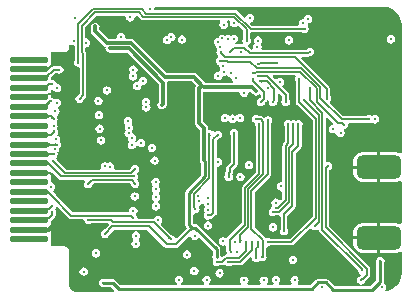
<source format=gbr>
%TF.GenerationSoftware,Altium Limited,Altium Designer,25.2.1 (25)*%
G04 Layer_Physical_Order=4*
G04 Layer_Color=16711680*
%FSLAX45Y45*%
%MOMM*%
%TF.SameCoordinates,B7DAEB1B-2A83-4E2F-BFC4-A44EEF3E448A*%
%TF.FilePolarity,Positive*%
%TF.FileFunction,Copper,L4,Bot,Signal*%
%TF.Part,CustomerPanel*%
G01*
G75*
%TA.AperFunction,ConnectorPad*%
G04:AMPARAMS|DCode=23|XSize=2mm|YSize=3.8mm|CornerRadius=0.5mm|HoleSize=0mm|Usage=FLASHONLY|Rotation=270.000|XOffset=0mm|YOffset=0mm|HoleType=Round|Shape=RoundedRectangle|*
%AMROUNDEDRECTD23*
21,1,2.00000,2.80000,0,0,270.0*
21,1,1.00000,3.80000,0,0,270.0*
1,1,1.00000,-1.40000,-0.50000*
1,1,1.00000,-1.40000,0.50000*
1,1,1.00000,1.40000,0.50000*
1,1,1.00000,1.40000,-0.50000*
%
%ADD23ROUNDEDRECTD23*%
%TA.AperFunction,SMDPad,CuDef*%
G04:AMPARAMS|DCode=35|XSize=3.2mm|YSize=0.5mm|CornerRadius=0.125mm|HoleSize=0mm|Usage=FLASHONLY|Rotation=0.000|XOffset=0mm|YOffset=0mm|HoleType=Round|Shape=RoundedRectangle|*
%AMROUNDEDRECTD35*
21,1,3.20000,0.25000,0,0,0.0*
21,1,2.95000,0.50000,0,0,0.0*
1,1,0.25000,1.47500,-0.12500*
1,1,0.25000,-1.47500,-0.12500*
1,1,0.25000,-1.47500,0.12500*
1,1,0.25000,1.47500,0.12500*
%
%ADD35ROUNDEDRECTD35*%
%TA.AperFunction,Conductor*%
%ADD37C,0.20000*%
%ADD38C,0.30000*%
%ADD39C,0.15000*%
%ADD40C,0.25000*%
%TA.AperFunction,ViaPad*%
%ADD44C,0.30000*%
G36*
X3624286Y3509496D02*
X3623584Y3510066D01*
X3622654Y3510576D01*
X3621496Y3511026D01*
X3620110Y3511416D01*
X3618497Y3511746D01*
X3616655Y3512016D01*
X3612287Y3512376D01*
X3607008Y3512496D01*
Y3527496D01*
X3609762Y3527526D01*
X3616655Y3527976D01*
X3618497Y3528246D01*
X3620110Y3528576D01*
X3621496Y3528966D01*
X3622654Y3529416D01*
X3623584Y3529926D01*
X3624286Y3530496D01*
Y3509496D01*
D02*
G37*
G36*
X4340436Y3700909D02*
X4378117Y3685301D01*
X4410475Y3660472D01*
X4435304Y3628114D01*
X4450912Y3590433D01*
X4456163Y3550543D01*
X4456054Y3549996D01*
Y2472471D01*
X4442826Y2465400D01*
X4434416Y2471019D01*
X4404997Y2476871D01*
X4277697D01*
Y2349994D01*
Y2223116D01*
X4404997D01*
X4434416Y2228968D01*
X4442826Y2234587D01*
X4456054Y2227516D01*
Y1872472D01*
X4442826Y1865401D01*
X4434416Y1871020D01*
X4404997Y1876872D01*
X4277697D01*
Y1749995D01*
Y1623117D01*
X4404997D01*
X4434416Y1628969D01*
X4442826Y1634588D01*
X4456054Y1627517D01*
Y1449996D01*
X4456163Y1449448D01*
X4450912Y1409559D01*
X4435304Y1371877D01*
X4410475Y1339520D01*
X4378117Y1314691D01*
X4340436Y1299082D01*
X4322768Y1296756D01*
X4317553Y1305756D01*
X4316061Y1311003D01*
X4322968Y1321339D01*
X4325684Y1334996D01*
X4322968Y1348652D01*
X4315232Y1360229D01*
X4308396Y1364797D01*
X4307830Y1367644D01*
X4310352Y1380325D01*
Y1540967D01*
X4312901Y1553782D01*
X4310185Y1567438D01*
X4302449Y1579015D01*
X4290872Y1586751D01*
X4277216Y1589467D01*
X4263559Y1586751D01*
X4251982Y1579015D01*
X4244247Y1567438D01*
X4241530Y1553782D01*
X4244079Y1540967D01*
Y1394050D01*
X4188761Y1338732D01*
X3893124D01*
X3835930Y1395927D01*
X3825180Y1403110D01*
X3812499Y1405632D01*
X3752498D01*
X3739817Y1403110D01*
X3729067Y1395927D01*
X3684306Y1351165D01*
X3580115D01*
X3575232Y1365943D01*
X3582968Y1377520D01*
X3585684Y1391177D01*
X3582968Y1404833D01*
X3575232Y1416410D01*
X3563655Y1424146D01*
X3549999Y1426862D01*
X3536342Y1424146D01*
X3524765Y1416410D01*
X3517030Y1404833D01*
X3514313Y1391177D01*
X3517030Y1377520D01*
X3524765Y1365943D01*
X3519882Y1351165D01*
X3419399D01*
X3414849Y1366165D01*
X3420232Y1369762D01*
X3427968Y1381339D01*
X3430684Y1394996D01*
X3427968Y1408652D01*
X3420232Y1420229D01*
X3408655Y1427965D01*
X3394999Y1430681D01*
X3381342Y1427965D01*
X3369765Y1420229D01*
X3362029Y1408652D01*
X3359313Y1394996D01*
X3362029Y1381339D01*
X3369765Y1369762D01*
X3375148Y1366165D01*
X3370598Y1351165D01*
X3320902D01*
X3316910Y1358495D01*
X3314883Y1366165D01*
X3321433Y1375969D01*
X3324150Y1389625D01*
X3321433Y1403282D01*
X3313698Y1414859D01*
X3302120Y1422595D01*
X3288464Y1425311D01*
X3274808Y1422595D01*
X3263230Y1414859D01*
X3255495Y1403282D01*
X3252778Y1389625D01*
X3255495Y1375969D01*
X3262046Y1366165D01*
X3260019Y1358495D01*
X3256027Y1351165D01*
X3156882D01*
X3152784Y1359545D01*
X3151170Y1366165D01*
X3157968Y1376339D01*
X3160684Y1389996D01*
X3157968Y1403652D01*
X3150232Y1415229D01*
X3138655Y1422965D01*
X3124999Y1425681D01*
X3111342Y1422965D01*
X3099765Y1415229D01*
X3092029Y1403652D01*
X3089313Y1389996D01*
X3092029Y1376339D01*
X3098827Y1366165D01*
X3097214Y1359545D01*
X3093115Y1351165D01*
X2829399D01*
X2824849Y1366165D01*
X2830232Y1369762D01*
X2837968Y1381339D01*
X2840684Y1394996D01*
X2837968Y1408652D01*
X2830232Y1420229D01*
X2818655Y1427965D01*
X2804998Y1430681D01*
X2791342Y1427965D01*
X2779765Y1420229D01*
X2772029Y1408652D01*
X2769313Y1394996D01*
X2772029Y1381339D01*
X2779765Y1369762D01*
X2785148Y1366165D01*
X2780598Y1351165D01*
X2588602D01*
X2587148Y1355092D01*
X2586107Y1366165D01*
X2595232Y1372262D01*
X2602968Y1383839D01*
X2605684Y1397496D01*
X2602968Y1411152D01*
X2595232Y1422729D01*
X2583655Y1430465D01*
X2569998Y1433181D01*
X2556342Y1430465D01*
X2544765Y1422729D01*
X2537029Y1411152D01*
X2534313Y1397496D01*
X2537029Y1383839D01*
X2544765Y1372262D01*
X2553890Y1366165D01*
X2552849Y1355092D01*
X2551395Y1351165D01*
X2075692D01*
X2033430Y1393427D01*
X2022679Y1400610D01*
X2009999Y1403132D01*
X1946839D01*
X1945399Y1404094D01*
X1931743Y1406811D01*
X1918087Y1404094D01*
X1906510Y1396359D01*
X1898774Y1384781D01*
X1896057Y1371125D01*
X1898774Y1357469D01*
X1906510Y1345891D01*
X1918087Y1338156D01*
X1931743Y1335439D01*
X1938881Y1336859D01*
X1996273D01*
X2024192Y1308940D01*
X2017979Y1293940D01*
X1699999D01*
Y1294020D01*
X1678578Y1298281D01*
X1660418Y1310415D01*
X1648284Y1328575D01*
X1644023Y1349996D01*
X1643943D01*
X1643942Y1350002D01*
Y1634996D01*
X1640596Y1651813D01*
X1631071Y1666069D01*
X1616814Y1675595D01*
X1599997Y1678940D01*
X1484999D01*
Y1801757D01*
X1486140Y1807497D01*
Y1832497D01*
X1484999Y1838237D01*
Y1888743D01*
X1491042Y1892781D01*
X1519127Y1920866D01*
X1525757Y1930790D01*
X1528086Y1942495D01*
X1528086Y1942496D01*
Y1950957D01*
X1530467Y1954521D01*
X1533184Y1968177D01*
X1530467Y1981833D01*
X1522732Y1993411D01*
X1520379Y1994982D01*
X1527968Y2006339D01*
X1528768Y2010361D01*
X1545044Y2015298D01*
X1640560Y1919782D01*
X1649657Y1913704D01*
X1660387Y1911570D01*
X1763204D01*
X1769740Y1903606D01*
X1772457Y1889950D01*
X1780192Y1878372D01*
X1791770Y1870637D01*
X1805426Y1867920D01*
X1819082Y1870637D01*
X1823961Y1873897D01*
X1824793Y1873798D01*
X1825423Y1873975D01*
X1825590Y1874009D01*
X1825613Y1874009D01*
X1825641Y1874020D01*
X1825667Y1874025D01*
X1826049Y1874081D01*
X1831485Y1874436D01*
X1833652Y1874459D01*
X1836247Y1875567D01*
X1968925D01*
X1975138Y1860568D01*
X1941480Y1826910D01*
X1938923Y1825851D01*
X1930403Y1817337D01*
X1919765Y1810229D01*
X1912029Y1798652D01*
X1909313Y1784996D01*
X1912029Y1771339D01*
X1919765Y1759762D01*
X1931342Y1752026D01*
X1944998Y1749310D01*
X1958655Y1752026D01*
X1970232Y1759762D01*
X1977968Y1771339D01*
X1978812Y1775583D01*
X1984102Y1781506D01*
X1985701Y1783116D01*
X1986290Y1784551D01*
X1987627Y1785338D01*
X1988049Y1786963D01*
X2021161Y1820075D01*
X2205064D01*
X2206541Y1805075D01*
X2195035Y1802786D01*
X2183458Y1795051D01*
X2175723Y1783473D01*
X2173006Y1769817D01*
X2175723Y1756161D01*
X2183458Y1744584D01*
X2182595Y1727120D01*
X2179765Y1725229D01*
X2172029Y1713652D01*
X2169313Y1699996D01*
X2172029Y1686339D01*
X2179765Y1674762D01*
X2191342Y1667026D01*
X2204998Y1664310D01*
X2218655Y1667026D01*
X2230232Y1674762D01*
X2237968Y1686339D01*
X2240684Y1699996D01*
X2237968Y1713652D01*
X2230232Y1725229D01*
X2231095Y1742693D01*
X2233925Y1744584D01*
X2241661Y1756161D01*
X2244378Y1769817D01*
X2241661Y1783473D01*
X2233925Y1795051D01*
X2222348Y1802786D01*
X2210843Y1805075D01*
X2212320Y1820075D01*
X2301661D01*
X2448370Y1673367D01*
X2458293Y1666736D01*
X2469999Y1664408D01*
X2544994D01*
X2544996Y1664408D01*
X2556701Y1666736D01*
X2566625Y1673367D01*
X2654134Y1760876D01*
X2670410Y1755939D01*
X2670649Y1754739D01*
X2678384Y1743162D01*
X2689962Y1735426D01*
X2703618Y1732710D01*
X2717274Y1735426D01*
X2728852Y1743162D01*
X2731329Y1746869D01*
X2749714Y1749697D01*
X2856862Y1642548D01*
Y1602810D01*
X2854313Y1589996D01*
X2857029Y1576339D01*
X2863161Y1567162D01*
X2858371Y1559994D01*
X2855655Y1546338D01*
X2858371Y1532681D01*
X2866107Y1521104D01*
X2877684Y1513369D01*
X2891341Y1510652D01*
X2904997Y1513369D01*
X2909876Y1516628D01*
X2910706Y1516529D01*
X2911339Y1516707D01*
X2911505Y1516741D01*
X2911528Y1516741D01*
X2911556Y1516752D01*
X2911582Y1516757D01*
X2911965Y1516813D01*
X2917401Y1517168D01*
X2919567Y1517192D01*
X2922162Y1518300D01*
X2936341D01*
X2947071Y1520434D01*
X2964765Y1519762D01*
X2976342Y1512026D01*
X2989999Y1509310D01*
X3003655Y1512026D01*
X3008534Y1515287D01*
X3009366Y1515187D01*
X3009996Y1515365D01*
X3010163Y1515399D01*
X3010185Y1515398D01*
X3010214Y1515409D01*
X3010239Y1515415D01*
X3010622Y1515470D01*
X3016058Y1515825D01*
X3018225Y1515849D01*
X3020820Y1516957D01*
X3092102D01*
X3102832Y1519091D01*
X3111928Y1525169D01*
X3177849Y1591090D01*
X3191673Y1583700D01*
X3191057Y1580603D01*
X3193773Y1566947D01*
X3201509Y1555369D01*
X3213086Y1547634D01*
X3226742Y1544917D01*
X3240399Y1547634D01*
X3251976Y1555369D01*
X3255091Y1560031D01*
X3264066Y1554035D01*
X3277722Y1551318D01*
X3291378Y1554035D01*
X3302956Y1561770D01*
X3310691Y1573348D01*
X3313408Y1587004D01*
X3310691Y1600660D01*
X3309983Y1601720D01*
X3309888Y1603013D01*
X3309892Y1603033D01*
X3309884Y1603074D01*
X3309272Y1611397D01*
X3309256Y1613455D01*
X3308148Y1616072D01*
Y1667439D01*
X3323148Y1679749D01*
X3324198Y1679540D01*
X3337854Y1682257D01*
X3342733Y1685517D01*
X3343565Y1685418D01*
X3344195Y1685595D01*
X3344362Y1685629D01*
X3344385Y1685629D01*
X3344413Y1685640D01*
X3344439Y1685645D01*
X3344821Y1685701D01*
X3350258Y1686056D01*
X3352426Y1686080D01*
X3355019Y1687188D01*
X3523744D01*
X3534474Y1689322D01*
X3543571Y1695400D01*
X3675206Y1827035D01*
X3694517Y1825133D01*
X3694765Y1824762D01*
X3706342Y1817027D01*
X3719998Y1814310D01*
X3733655Y1817027D01*
X3742372Y1822851D01*
X3751390Y1820887D01*
X3757932Y1816770D01*
X3759507Y1808854D01*
X3765585Y1799757D01*
X4079809Y1485533D01*
X4080846Y1482929D01*
X4082401Y1481332D01*
X4084525Y1478926D01*
X4087029Y1466339D01*
X4094765Y1454762D01*
X4106342Y1447027D01*
X4110995Y1432222D01*
X4108342Y1425197D01*
X4108326Y1425180D01*
X4108184Y1425087D01*
X4107616Y1424768D01*
X4107097Y1424110D01*
X4101342Y1422965D01*
X4089765Y1415229D01*
X4082029Y1403652D01*
X4079313Y1389996D01*
X4082029Y1376339D01*
X4089765Y1364762D01*
X4101342Y1357026D01*
X4114998Y1354310D01*
X4128655Y1357026D01*
X4140232Y1364762D01*
X4147968Y1376339D01*
X4149112Y1382095D01*
X4149771Y1382613D01*
X4150089Y1383181D01*
X4150183Y1383323D01*
X4150200Y1383339D01*
X4150213Y1383368D01*
X4150229Y1383393D01*
X4150459Y1383702D01*
X4154054Y1387799D01*
X4155567Y1389345D01*
X4156618Y1391963D01*
X4164144Y1399489D01*
X4164145Y1399489D01*
X4184825Y1420169D01*
X4190903Y1429266D01*
X4193037Y1439996D01*
Y1490147D01*
X4190903Y1500877D01*
X4184825Y1509973D01*
X3843037Y1851761D01*
Y2322185D01*
X3846235Y2322821D01*
X3857813Y2330556D01*
X3865548Y2342134D01*
X3868265Y2355790D01*
X3865548Y2369446D01*
X3857813Y2381024D01*
X3846235Y2388759D01*
X3832579Y2391476D01*
X3828450Y2390654D01*
X3813449Y2401769D01*
Y2767294D01*
X3827307Y2773034D01*
X3877527Y2722814D01*
X3876555Y2717189D01*
X3871619Y2707509D01*
X3861342Y2705465D01*
X3849765Y2697729D01*
X3842029Y2686152D01*
X3839313Y2672496D01*
X3842029Y2658839D01*
X3849765Y2647262D01*
X3861342Y2639527D01*
X3874999Y2636810D01*
X3888655Y2639527D01*
X3889647Y2640190D01*
X3893511Y2639480D01*
X3905287Y2632599D01*
X3907029Y2623839D01*
X3914765Y2612262D01*
X3926342Y2604526D01*
X3939998Y2601810D01*
X3953655Y2604526D01*
X3965232Y2612262D01*
X3972968Y2623839D01*
X3975684Y2637496D01*
X3972968Y2651152D01*
X3967295Y2659642D01*
X3968376Y2665507D01*
X3970253Y2670053D01*
X3973673Y2675041D01*
X3983655Y2677026D01*
X3995232Y2684762D01*
X4002968Y2696339D01*
X4005684Y2709996D01*
X4005294Y2711957D01*
X4017426Y2726957D01*
X4149014D01*
X4151517Y2725853D01*
X4156152Y2725748D01*
X4159193Y2725497D01*
X4159758Y2725415D01*
X4159784Y2725409D01*
X4159812Y2725398D01*
X4159835Y2725399D01*
X4160001Y2725365D01*
X4160631Y2725188D01*
X4161463Y2725287D01*
X4166342Y2722027D01*
X4179998Y2719310D01*
X4193655Y2722027D01*
X4203193Y2728400D01*
X4214482Y2720857D01*
X4228138Y2718140D01*
X4241794Y2720857D01*
X4253371Y2728592D01*
X4261107Y2740170D01*
X4263824Y2753826D01*
X4261107Y2767482D01*
X4253371Y2779060D01*
X4241794Y2786795D01*
X4228138Y2789512D01*
X4214482Y2786795D01*
X4204944Y2780422D01*
X4193655Y2787965D01*
X4179998Y2790681D01*
X4166342Y2787965D01*
X4161463Y2784705D01*
X4160631Y2784804D01*
X4160002Y2784627D01*
X4159834Y2784593D01*
X4159812Y2784593D01*
X4159783Y2784582D01*
X4159758Y2784577D01*
X4159375Y2784521D01*
X4153939Y2784166D01*
X4151772Y2784143D01*
X4149177Y2783034D01*
X3962115D01*
X3849349Y2895800D01*
X3850232Y2904762D01*
X3857968Y2916339D01*
X3860684Y2929996D01*
X3857968Y2943652D01*
X3854708Y2948531D01*
X3854807Y2949363D01*
X3854630Y2949993D01*
X3854595Y2950160D01*
X3854596Y2950183D01*
X3854585Y2950211D01*
X3854580Y2950236D01*
X3854524Y2950619D01*
X3854169Y2956056D01*
X3854145Y2958223D01*
X3853037Y2960817D01*
Y3011710D01*
X3850903Y3022440D01*
X3844825Y3031536D01*
X3606397Y3269964D01*
X3612137Y3283822D01*
X3660859D01*
X3671589Y3285957D01*
X3679773Y3291425D01*
X3680102Y3291360D01*
X3693759Y3294076D01*
X3705336Y3301812D01*
X3713072Y3313389D01*
X3715788Y3327045D01*
X3713072Y3340702D01*
X3705336Y3352279D01*
X3693759Y3360015D01*
X3680102Y3362731D01*
X3666446Y3360015D01*
X3654869Y3352279D01*
X3647133Y3340702D01*
X3646974Y3339899D01*
X3275024D01*
X3267006Y3354899D01*
X3267968Y3356339D01*
X3270684Y3369996D01*
X3267968Y3383652D01*
X3261991Y3392596D01*
X3265232Y3394762D01*
X3272968Y3406339D01*
X3275684Y3419996D01*
X3272968Y3433652D01*
X3265232Y3445229D01*
X3253655Y3452965D01*
X3239999Y3455681D01*
X3226342Y3452965D01*
X3214765Y3445229D01*
X3207029Y3433652D01*
X3204313Y3419996D01*
X3207029Y3406339D01*
X3213006Y3397395D01*
X3209765Y3395229D01*
X3202029Y3383652D01*
X3199313Y3369996D01*
X3201659Y3358201D01*
X3193284Y3344484D01*
X3181380Y3343267D01*
X3153867Y3370780D01*
X3158655Y3387026D01*
X3170232Y3394762D01*
X3177968Y3406339D01*
X3180684Y3419996D01*
X3177968Y3433652D01*
X3174708Y3438531D01*
X3174807Y3439363D01*
X3174630Y3439993D01*
X3174595Y3440160D01*
X3174596Y3440183D01*
X3174585Y3440211D01*
X3174580Y3440236D01*
X3174524Y3440619D01*
X3174169Y3446055D01*
X3174145Y3448222D01*
X3173037Y3450817D01*
Y3486244D01*
X3179999Y3491957D01*
X3604014D01*
X3606516Y3490854D01*
X3611152Y3490748D01*
X3614193Y3490497D01*
X3614758Y3490415D01*
X3614784Y3490409D01*
X3614812Y3490398D01*
X3614835Y3490399D01*
X3615001Y3490365D01*
X3615631Y3490188D01*
X3616463Y3490287D01*
X3621342Y3487027D01*
X3634999Y3484310D01*
X3648655Y3487027D01*
X3660232Y3494762D01*
X3667968Y3506339D01*
X3670684Y3519996D01*
X3667968Y3533652D01*
X3660232Y3545229D01*
X3661890Y3562162D01*
X3665615Y3565995D01*
X3679272Y3568712D01*
X3690849Y3576447D01*
X3698584Y3588025D01*
X3701301Y3601681D01*
X3698584Y3615337D01*
X3690849Y3626915D01*
X3679272Y3634650D01*
X3665615Y3637367D01*
X3651959Y3634650D01*
X3640382Y3626915D01*
X3632646Y3615337D01*
X3632456Y3614383D01*
X3620001Y3601566D01*
X3606345Y3598850D01*
X3594768Y3591114D01*
X3587032Y3579537D01*
X3584316Y3565881D01*
X3584882Y3563035D01*
X3573165Y3548034D01*
X3191613D01*
X3174555Y3565092D01*
X3174581Y3565918D01*
X3180463Y3580397D01*
X3188655Y3582026D01*
X3200232Y3589762D01*
X3207968Y3601339D01*
X3210684Y3614996D01*
X3207968Y3628652D01*
X3200232Y3640229D01*
X3188655Y3647965D01*
X3174998Y3650681D01*
X3161342Y3647965D01*
X3149765Y3640229D01*
X3142029Y3628652D01*
X3140400Y3620460D01*
X3125921Y3614578D01*
X3125095Y3614552D01*
X3069952Y3669695D01*
X3060855Y3675773D01*
X3050125Y3677908D01*
X2371707D01*
X2359196Y3691896D01*
X2371674Y3706051D01*
X4299999D01*
X4300546Y3706160D01*
X4340436Y3700909D01*
D02*
G37*
G36*
X3152529Y3445232D02*
X3152978Y3438340D01*
X3153248Y3436498D01*
X3153578Y3434884D01*
X3153969Y3433498D01*
X3154419Y3432340D01*
X3154928Y3431410D01*
X3155498Y3430708D01*
X3134499D01*
X3135069Y3431410D01*
X3135578Y3432340D01*
X3136029Y3433498D01*
X3136419Y3434884D01*
X3136749Y3436498D01*
X3137019Y3438340D01*
X3137379Y3442707D01*
X3137498Y3447986D01*
X3152499D01*
X3152529Y3445232D01*
D02*
G37*
G36*
X2124314Y3617495D02*
X2127031Y3603839D01*
X2134766Y3592262D01*
X2146343Y3584526D01*
X2160000Y3581810D01*
X2173656Y3584526D01*
X2185233Y3592262D01*
X2192969Y3603839D01*
X2195685Y3617495D01*
X2205061Y3628215D01*
X2221719Y3628623D01*
X2250173Y3600169D01*
X2259269Y3594091D01*
X2269999Y3591957D01*
X2915934D01*
X2918602Y3588413D01*
X2922578Y3576957D01*
X2917029Y3568652D01*
X2914313Y3554996D01*
X2917029Y3541339D01*
X2924765Y3529762D01*
X2936342Y3522026D01*
X2949998Y3519310D01*
X2963655Y3522026D01*
X2975232Y3529762D01*
X2982968Y3541339D01*
X2985684Y3554996D01*
X2982968Y3568652D01*
X2977418Y3576957D01*
X2981395Y3588413D01*
X2983847Y3591670D01*
X2998200Y3591277D01*
X3006620Y3576957D01*
X3004826Y3567937D01*
X3007543Y3554281D01*
X3015278Y3542704D01*
X3026856Y3534968D01*
X3040512Y3532252D01*
X3054168Y3534968D01*
X3065745Y3542703D01*
X3076572Y3543770D01*
X3116960Y3503382D01*
Y3450980D01*
X3115856Y3448477D01*
X3115751Y3443842D01*
X3115500Y3440801D01*
X3115417Y3440236D01*
X3115412Y3440210D01*
X3115401Y3440182D01*
X3115402Y3440159D01*
X3115368Y3439993D01*
X3115190Y3439363D01*
X3115289Y3438531D01*
X3112029Y3433652D01*
X3109313Y3419996D01*
X3112029Y3406339D01*
X3114238Y3403034D01*
X3106220Y3388034D01*
X3045839D01*
X3044361Y3403034D01*
X3053430Y3404838D01*
X3065007Y3412574D01*
X3072742Y3424151D01*
X3075459Y3437807D01*
X3072742Y3451464D01*
X3065007Y3463041D01*
X3053430Y3470776D01*
X3039773Y3473493D01*
X3026117Y3470776D01*
X3015265Y3463525D01*
X3004413Y3470776D01*
X2990757Y3473493D01*
X2977100Y3470776D01*
X2964965Y3463617D01*
X2953388Y3471353D01*
X2939732Y3474069D01*
X2926075Y3471352D01*
X2914498Y3463617D01*
X2906763Y3452040D01*
X2905478Y3445579D01*
X2904630Y3445748D01*
X2890974Y3443031D01*
X2879396Y3435296D01*
X2871661Y3423719D01*
X2868944Y3410062D01*
X2871661Y3396406D01*
X2879396Y3384829D01*
X2889368Y3378166D01*
X2886942Y3365968D01*
X2889659Y3352312D01*
X2896384Y3342247D01*
X2891216Y3334513D01*
X2888500Y3320856D01*
X2891216Y3307200D01*
X2898952Y3295623D01*
X2898512Y3277876D01*
X2894765Y3275372D01*
X2887029Y3263795D01*
X2884313Y3250139D01*
X2887029Y3236482D01*
X2894765Y3224905D01*
X2906342Y3217169D01*
X2914192Y3215608D01*
X2912676Y3207988D01*
X2915393Y3194332D01*
X2923129Y3182755D01*
X2917237Y3168651D01*
X2916405Y3167406D01*
X2913728Y3153945D01*
X2904999Y3155682D01*
X2891342Y3152965D01*
X2879765Y3145229D01*
X2872029Y3133652D01*
X2869313Y3119996D01*
X2872029Y3106339D01*
X2879765Y3094762D01*
X2891342Y3087027D01*
X2904999Y3084310D01*
X2918655Y3087027D01*
X2930232Y3094762D01*
X2937968Y3106339D01*
X2940645Y3119800D01*
X2949375Y3118064D01*
X2963031Y3120781D01*
X2974608Y3128516D01*
X2983876Y3119115D01*
X2995453Y3111379D01*
X3002745Y3109929D01*
X3010500Y3106702D01*
X3018619Y3095261D01*
X3019587Y3090396D01*
X3027322Y3078819D01*
X3031898Y3075761D01*
X3027348Y3060761D01*
X2794701D01*
X2720232Y3135229D01*
X2708655Y3142965D01*
X2694998Y3145682D01*
X2469780D01*
X2191575Y3423886D01*
X2179998Y3431622D01*
X2166342Y3434338D01*
X2127864D01*
X2115554Y3449338D01*
X2115684Y3449996D01*
X2112968Y3463652D01*
X2105232Y3475229D01*
X2093655Y3482965D01*
X2079999Y3485681D01*
X2066342Y3482965D01*
X2054765Y3475229D01*
X2047029Y3463652D01*
X2044313Y3449996D01*
X2044444Y3449338D01*
X2032134Y3434338D01*
X1975079D01*
X1894640Y3514777D01*
Y3521403D01*
X1897889Y3526265D01*
X1900605Y3539922D01*
X1897889Y3553578D01*
X1890153Y3565155D01*
X1878576Y3572891D01*
X1864920Y3575607D01*
X1851263Y3572891D01*
X1839686Y3565155D01*
X1833720Y3559190D01*
X1825985Y3547612D01*
X1823268Y3533956D01*
Y3499996D01*
X1825985Y3486339D01*
X1833720Y3474762D01*
X1935064Y3373419D01*
X1946641Y3365683D01*
X1951256Y3364765D01*
X1949313Y3354996D01*
X1952029Y3341339D01*
X1959765Y3329762D01*
X1971342Y3322026D01*
X1984999Y3319310D01*
X2130217D01*
X2399313Y3050215D01*
Y2899553D01*
X2392029Y2888652D01*
X2389313Y2874996D01*
X2392029Y2861339D01*
X2399765Y2849762D01*
X2411342Y2842027D01*
X2424998Y2839310D01*
X2438655Y2842027D01*
X2450232Y2849762D01*
X2460232Y2859762D01*
X2467968Y2871339D01*
X2470684Y2884996D01*
Y3064996D01*
X2478328Y3074310D01*
X2680217D01*
X2714578Y3039949D01*
X2707029Y3028652D01*
X2704313Y3014996D01*
Y2724996D01*
X2707029Y2711339D01*
X2714765Y2699762D01*
X2749313Y2665214D01*
Y2409330D01*
X2752029Y2395674D01*
X2759765Y2384096D01*
X2761862Y2382695D01*
Y2283744D01*
X2634335Y2156217D01*
X2627152Y2145467D01*
X2624629Y2132786D01*
Y1862230D01*
X2627152Y1849550D01*
X2634335Y1838799D01*
X2639938Y1833196D01*
X2552745Y1746003D01*
X2536519Y1750686D01*
X2528784Y1762263D01*
X2517207Y1769999D01*
X2511451Y1771144D01*
X2510932Y1771802D01*
X2510365Y1772121D01*
X2510223Y1772214D01*
X2510207Y1772231D01*
X2510178Y1772244D01*
X2510153Y1772261D01*
X2509844Y1772490D01*
X2505747Y1776085D01*
X2504201Y1777598D01*
X2501583Y1778650D01*
X2418909Y1861324D01*
X2420232Y1874762D01*
X2427968Y1886339D01*
X2430684Y1899996D01*
X2427968Y1913652D01*
X2420232Y1925229D01*
X2408655Y1932965D01*
X2394999Y1935681D01*
X2381342Y1932965D01*
X2369765Y1925229D01*
X2362029Y1913652D01*
X2361002Y1908486D01*
X2359917Y1908702D01*
X2227739D01*
X2222026Y1915663D01*
X2219309Y1929319D01*
X2211573Y1940897D01*
X2210232Y1956492D01*
X2217968Y1968069D01*
X2220684Y1981726D01*
X2217968Y1995382D01*
X2210232Y2006959D01*
X2198655Y2014695D01*
X2184998Y2017411D01*
X2171342Y2014695D01*
X2159765Y2006959D01*
X2152029Y1995382D01*
X2149313Y1981726D01*
X2136819Y1967647D01*
X1672000D01*
X1536735Y2102912D01*
X1535746Y2105463D01*
X1532541Y2108816D01*
X1530569Y2111143D01*
X1530229Y2111600D01*
X1530213Y2111624D01*
X1530201Y2111652D01*
X1530184Y2111668D01*
X1530090Y2111810D01*
X1529772Y2112378D01*
X1529113Y2112897D01*
X1527968Y2118652D01*
X1520233Y2130229D01*
X1509276Y2137550D01*
X1507735Y2146374D01*
X1510624Y2155135D01*
X1515410Y2158333D01*
X1523146Y2169910D01*
X1525863Y2183567D01*
X1523146Y2197223D01*
X1515410Y2208800D01*
X1503833Y2216536D01*
X1490177Y2219252D01*
X1484999Y2223502D01*
Y2281756D01*
X1486140Y2287496D01*
Y2293835D01*
X1489288Y2297296D01*
X1504348Y2299427D01*
X1506966Y2298376D01*
X1555200Y2250142D01*
X1564296Y2244064D01*
X1575026Y2241930D01*
X1767601D01*
X1770573Y2237856D01*
X1774246Y2226930D01*
X1768565Y2218427D01*
X1765848Y2204771D01*
X1768565Y2191114D01*
X1776300Y2179537D01*
X1787878Y2171802D01*
X1801534Y2169085D01*
X1815190Y2171802D01*
X1826767Y2179537D01*
X1834503Y2191114D01*
X1835648Y2196870D01*
X1836306Y2197389D01*
X1836625Y2197956D01*
X1836718Y2198098D01*
X1836735Y2198114D01*
X1836748Y2198143D01*
X1836765Y2198168D01*
X1836995Y2198477D01*
X1840589Y2202574D01*
X1842102Y2204120D01*
X1843154Y2206738D01*
X1848373Y2211957D01*
X2159509D01*
X2160023Y2211443D01*
X2161012Y2208893D01*
X2164217Y2205539D01*
X2166189Y2203213D01*
X2166529Y2202756D01*
X2166545Y2202731D01*
X2166557Y2202703D01*
X2166574Y2202687D01*
X2166668Y2202546D01*
X2166986Y2201977D01*
X2167645Y2201459D01*
X2168790Y2195703D01*
X2176525Y2184126D01*
X2188103Y2176390D01*
X2201759Y2173674D01*
X2215415Y2176390D01*
X2226992Y2184126D01*
X2234728Y2195703D01*
X2237445Y2209360D01*
X2234728Y2223016D01*
X2226992Y2234593D01*
X2226877Y2234670D01*
X2216977Y2244692D01*
X2223054Y2253892D01*
X2224670Y2256312D01*
X2227387Y2269968D01*
X2224670Y2283625D01*
X2216935Y2295202D01*
X2224108Y2308449D01*
X2231208Y2319075D01*
X2233924Y2332731D01*
X2231208Y2346388D01*
X2223472Y2357965D01*
X2211895Y2365701D01*
X2198239Y2368417D01*
X2184582Y2365701D01*
X2173005Y2357965D01*
X2165269Y2346388D01*
X2163874Y2339371D01*
X2163571Y2339160D01*
X2163510Y2339065D01*
X2163395Y2338970D01*
X2163116Y2338450D01*
X2163040Y2338331D01*
X2162880Y2338112D01*
X2159382Y2334088D01*
X2157897Y2332568D01*
X2157703Y2332083D01*
X2157232Y2331856D01*
X2156416Y2329521D01*
X2154542Y2327647D01*
X2029797D01*
X2022483Y2337868D01*
X2020858Y2342647D01*
X2023184Y2354341D01*
X2020467Y2367997D01*
X2012732Y2379574D01*
X2001154Y2387310D01*
X1987498Y2390026D01*
X1973842Y2387310D01*
X1966585Y2382461D01*
X1958657Y2387759D01*
X1945000Y2390475D01*
X1931344Y2387759D01*
X1919767Y2380023D01*
X1912031Y2368446D01*
X1909315Y2354790D01*
X1911730Y2342647D01*
X1911188Y2339874D01*
X1903002Y2327647D01*
X1615112D01*
X1545175Y2397584D01*
X1544186Y2400134D01*
X1540982Y2403487D01*
X1539010Y2405814D01*
X1538670Y2406271D01*
X1538654Y2406295D01*
X1538641Y2406323D01*
X1538624Y2406340D01*
X1538531Y2406481D01*
X1538212Y2407049D01*
X1537554Y2407568D01*
X1536409Y2413323D01*
X1528673Y2424900D01*
X1536986Y2437387D01*
X1542968Y2446339D01*
X1545684Y2459996D01*
X1542968Y2473652D01*
X1542786Y2473923D01*
X1545789Y2475930D01*
X1553525Y2487507D01*
X1556241Y2501163D01*
X1554754Y2508641D01*
X1564953Y2515455D01*
X1572688Y2527033D01*
X1575405Y2540689D01*
X1572688Y2554345D01*
X1564953Y2565923D01*
X1560306Y2569027D01*
X1561588Y2570946D01*
X1564305Y2584602D01*
X1561588Y2598259D01*
X1553853Y2609836D01*
X1547985Y2613757D01*
X1542651Y2621088D01*
X1543874Y2632548D01*
X1547032Y2637275D01*
X1549749Y2650931D01*
X1547032Y2664588D01*
X1539395Y2676018D01*
X1542915Y2681287D01*
X1545632Y2694943D01*
X1542915Y2708599D01*
X1539101Y2714307D01*
X1535232Y2729762D01*
X1542968Y2741339D01*
X1545684Y2754996D01*
X1542968Y2768652D01*
X1539883Y2773269D01*
X1538693Y2784886D01*
X1544008Y2792040D01*
X1549924Y2795993D01*
X1557660Y2807570D01*
X1560376Y2821227D01*
X1557660Y2834883D01*
X1549924Y2846460D01*
X1549983Y2848601D01*
X1552778Y2862594D01*
X1561897Y2868687D01*
X1569633Y2880264D01*
X1572349Y2893920D01*
X1569633Y2907577D01*
X1561897Y2919154D01*
X1550320Y2926889D01*
X1536663Y2929606D01*
X1523007Y2926889D01*
X1515718Y2922019D01*
X1510232Y2930229D01*
X1498655Y2937965D01*
X1486140Y2940454D01*
Y2952495D01*
X1484999Y2958234D01*
Y2998281D01*
X1499220Y3008879D01*
X1506944Y3006366D01*
X1507315Y3005909D01*
X1514764Y2994761D01*
X1526342Y2987025D01*
X1539998Y2984309D01*
X1553654Y2987025D01*
X1565232Y2994761D01*
X1572967Y3006338D01*
X1575684Y3019994D01*
X1572967Y3033651D01*
X1565232Y3045228D01*
X1553654Y3052964D01*
X1539998Y3055680D01*
X1535829Y3054851D01*
X1535684Y3054996D01*
X1532968Y3068652D01*
X1525232Y3080229D01*
X1513655Y3087965D01*
X1499999Y3090681D01*
X1490095Y3098809D01*
X1491948Y3115365D01*
X1492972Y3116569D01*
X1496537Y3120322D01*
X1497511Y3122856D01*
X1521612Y3146957D01*
X1529014D01*
X1531516Y3145853D01*
X1536151Y3145748D01*
X1539193Y3145497D01*
X1539758Y3145415D01*
X1539784Y3145409D01*
X1539812Y3145398D01*
X1539835Y3145399D01*
X1540001Y3145365D01*
X1540631Y3145188D01*
X1541463Y3145287D01*
X1546342Y3142026D01*
X1559998Y3139310D01*
X1573655Y3142026D01*
X1585232Y3149762D01*
X1592968Y3161339D01*
X1595684Y3174996D01*
X1592968Y3188652D01*
X1585232Y3200229D01*
X1573655Y3207965D01*
X1559998Y3210681D01*
X1546342Y3207965D01*
X1541463Y3204705D01*
X1540631Y3204804D01*
X1540001Y3204627D01*
X1539834Y3204593D01*
X1539811Y3204593D01*
X1539783Y3204582D01*
X1539758Y3204577D01*
X1539375Y3204521D01*
X1533939Y3204166D01*
X1531771Y3204142D01*
X1529177Y3203034D01*
X1509999D01*
X1499999Y3201045D01*
X1499110Y3200995D01*
X1484999Y3209405D01*
Y3321051D01*
X1599997D01*
X1616814Y3324396D01*
X1631071Y3333922D01*
X1640596Y3348179D01*
X1643942Y3364996D01*
Y3382702D01*
X1651528Y3386722D01*
X1658942Y3388642D01*
X1668842Y3382027D01*
X1682498Y3379310D01*
X1690439Y3372794D01*
Y3267312D01*
X1689331Y3264736D01*
X1689301Y3262513D01*
X1689097Y3259230D01*
X1682029Y3248652D01*
X1679313Y3234996D01*
X1682029Y3221339D01*
X1689765Y3209762D01*
X1701342Y3202026D01*
X1714999Y3199310D01*
X1716960Y3199700D01*
X1731960Y3187567D01*
Y2968827D01*
X1729487Y2967868D01*
X1726134Y2964663D01*
X1723807Y2962691D01*
X1723350Y2962351D01*
X1723326Y2962335D01*
X1723298Y2962323D01*
X1723282Y2962306D01*
X1723140Y2962212D01*
X1722572Y2961894D01*
X1722053Y2961235D01*
X1716298Y2960090D01*
X1704720Y2952355D01*
X1696985Y2940777D01*
X1694268Y2927121D01*
X1696985Y2913465D01*
X1704720Y2901888D01*
X1716298Y2894152D01*
X1729954Y2891435D01*
X1743610Y2894152D01*
X1755188Y2901888D01*
X1762923Y2913465D01*
X1764068Y2919220D01*
X1764727Y2919739D01*
X1765045Y2920307D01*
X1765138Y2920448D01*
X1765156Y2920465D01*
X1765168Y2920494D01*
X1765185Y2920518D01*
X1765415Y2920828D01*
X1769010Y2924924D01*
X1770523Y2926470D01*
X1771574Y2929089D01*
X1779825Y2937339D01*
X1785903Y2946436D01*
X1788037Y2957166D01*
Y3309996D01*
X1785903Y3320726D01*
X1779825Y3329822D01*
X1775016Y3334631D01*
Y3359752D01*
X1784573Y3367595D01*
X1798229Y3370312D01*
X1809807Y3378047D01*
X1817542Y3389624D01*
X1820259Y3403281D01*
X1817542Y3416937D01*
X1809807Y3428514D01*
X1798229Y3436250D01*
X1784573Y3438966D01*
X1775016Y3446810D01*
Y3535361D01*
X1871398Y3631742D01*
X2111854D01*
X2124314Y3617495D01*
D02*
G37*
G36*
X3030068Y3341956D02*
X3028142Y3339988D01*
X3023586Y3334795D01*
X3022475Y3333302D01*
X3021566Y3331928D01*
X3020862Y3330672D01*
X3020362Y3329535D01*
X3020065Y3328517D01*
X3019971Y3327617D01*
X3005122Y3342466D01*
X3006022Y3342560D01*
X3007040Y3342857D01*
X3008177Y3343357D01*
X3009433Y3344061D01*
X3010807Y3344969D01*
X3012301Y3346081D01*
X3015643Y3348914D01*
X3019461Y3352563D01*
X3030068Y3341956D01*
D02*
G37*
G36*
X2939100Y3318255D02*
X2939322Y3317220D01*
X2939756Y3316069D01*
X2940402Y3314800D01*
X2941261Y3313415D01*
X2942332Y3311913D01*
X2945112Y3308558D01*
X2946821Y3306706D01*
X2948742Y3304737D01*
X2936872Y3295395D01*
X2934901Y3297329D01*
X2928272Y3303108D01*
X2926928Y3304062D01*
X2925708Y3304821D01*
X2924614Y3305384D01*
X2923645Y3305750D01*
X2922801Y3305920D01*
X2939091Y3319173D01*
X2939100Y3318255D01*
D02*
G37*
G36*
X1725994Y3260974D02*
X1727078Y3244720D01*
X1727370Y3243689D01*
X1727697Y3242981D01*
X1707269Y3247851D01*
X1707973Y3248418D01*
X1708604Y3249228D01*
X1709160Y3250281D01*
X1709642Y3251576D01*
X1710050Y3253114D01*
X1710384Y3254895D01*
X1710644Y3256919D01*
X1710940Y3261695D01*
X1710977Y3264446D01*
X1725977Y3264587D01*
X1725994Y3260974D01*
D02*
G37*
G36*
X2931413Y3260068D02*
X2932343Y3259559D01*
X2933501Y3259109D01*
X2934887Y3258718D01*
X2936500Y3258388D01*
X2938342Y3258118D01*
X2942710Y3257759D01*
X2947989Y3257638D01*
Y3242639D01*
X2945235Y3242608D01*
X2938342Y3242159D01*
X2936500Y3241889D01*
X2934887Y3241559D01*
X2933501Y3241169D01*
X2932343Y3240718D01*
X2931413Y3240209D01*
X2930711Y3239638D01*
Y3260639D01*
X2931413Y3260068D01*
D02*
G37*
G36*
X3394286Y3219496D02*
X3393584Y3220066D01*
X3392654Y3220575D01*
X3391496Y3221026D01*
X3390110Y3221416D01*
X3388497Y3221746D01*
X3386655Y3222016D01*
X3382287Y3222376D01*
X3377008Y3222495D01*
Y3237496D01*
X3379762Y3237526D01*
X3386655Y3237975D01*
X3388497Y3238245D01*
X3390110Y3238575D01*
X3391496Y3238966D01*
X3392654Y3239416D01*
X3393584Y3239925D01*
X3394286Y3240495D01*
Y3219496D01*
D02*
G37*
G36*
X1549286Y3164496D02*
X1548584Y3165066D01*
X1547654Y3165576D01*
X1546496Y3166026D01*
X1545110Y3166416D01*
X1543497Y3166746D01*
X1541655Y3167016D01*
X1537287Y3167376D01*
X1532008Y3167496D01*
Y3182496D01*
X1534762Y3182526D01*
X1541655Y3182976D01*
X1543497Y3183246D01*
X1545110Y3183576D01*
X1546496Y3183966D01*
X1547654Y3184416D01*
X1548584Y3184926D01*
X1549286Y3185496D01*
Y3164496D01*
D02*
G37*
G36*
X3256413Y3129926D02*
X3257343Y3129416D01*
X3258501Y3128966D01*
X3259887Y3128576D01*
X3261500Y3128246D01*
X3263342Y3127976D01*
X3267710Y3127616D01*
X3272989Y3127496D01*
Y3112496D01*
X3270235Y3112466D01*
X3263342Y3112016D01*
X3261500Y3111746D01*
X3259887Y3111416D01*
X3258501Y3111026D01*
X3257343Y3110576D01*
X3256413Y3110066D01*
X3255711Y3109496D01*
Y3130496D01*
X3256413Y3129926D01*
D02*
G37*
G36*
X1480842Y3135232D02*
X1476866Y3131047D01*
X1473302Y3126856D01*
X1470150Y3122659D01*
X1467411Y3118455D01*
X1465083Y3114246D01*
X1463168Y3110031D01*
X1461665Y3105809D01*
X1460573Y3101582D01*
X1459894Y3097348D01*
X1459627Y3093109D01*
X1428112Y3124624D01*
X1432352Y3124891D01*
X1436585Y3125570D01*
X1440813Y3126661D01*
X1445034Y3128164D01*
X1449250Y3130080D01*
X1453459Y3132407D01*
X1457662Y3135147D01*
X1461859Y3138299D01*
X1466050Y3141862D01*
X1470236Y3145839D01*
X1480842Y3135232D01*
D02*
G37*
G36*
X3599928Y3083581D02*
X3599419Y3082651D01*
X3598968Y3081493D01*
X3598578Y3080107D01*
X3598248Y3078494D01*
X3597978Y3076652D01*
X3597618Y3072284D01*
X3597499Y3067005D01*
X3582498D01*
X3582468Y3069759D01*
X3582018Y3076652D01*
X3581748Y3078494D01*
X3581419Y3080107D01*
X3581028Y3081493D01*
X3580578Y3082651D01*
X3580069Y3083581D01*
X3579499Y3084283D01*
X3600498D01*
X3599928Y3083581D01*
D02*
G37*
G36*
X3273204Y3085050D02*
X3274057Y3084443D01*
X3275147Y3083908D01*
X3276475Y3083445D01*
X3278039Y3083053D01*
X3279841Y3082732D01*
X3281880Y3082482D01*
X3286670Y3082197D01*
X3289421Y3082161D01*
X3286474Y3067161D01*
X3283705Y3067140D01*
X3273299Y3066390D01*
X3271906Y3066111D01*
X3270743Y3065790D01*
X3269810Y3065425D01*
X3269105Y3065018D01*
X3272588Y3085727D01*
X3273204Y3085050D01*
D02*
G37*
G36*
X1489286Y3044496D02*
X1488584Y3045066D01*
X1487654Y3045576D01*
X1486496Y3046026D01*
X1485110Y3046416D01*
X1483497Y3046746D01*
X1481655Y3047016D01*
X1477287Y3047376D01*
X1473151Y3047470D01*
X1472379Y3046673D01*
X1467436Y3040957D01*
X1465417Y3038262D01*
X1463698Y3035675D01*
X1462282Y3033197D01*
X1461166Y3030827D01*
X1460352Y3028564D01*
X1459839Y3026411D01*
X1459627Y3024365D01*
X1439368Y3044624D01*
X1441414Y3044835D01*
X1443568Y3045348D01*
X1445830Y3046163D01*
X1448200Y3047278D01*
X1450679Y3048695D01*
X1453266Y3050413D01*
X1455961Y3052433D01*
X1461676Y3057376D01*
X1464696Y3060299D01*
X1472008Y3052987D01*
Y3062496D01*
X1474762Y3062526D01*
X1481655Y3062976D01*
X1483497Y3063246D01*
X1485110Y3063576D01*
X1486496Y3063965D01*
X1487654Y3064415D01*
X1488584Y3064925D01*
X1489286Y3065495D01*
Y3044496D01*
D02*
G37*
G36*
X3689928Y3008581D02*
X3689419Y3007652D01*
X3688968Y3006494D01*
X3688578Y3005108D01*
X3688248Y3003494D01*
X3687978Y3001652D01*
X3687618Y2997285D01*
X3687498Y2992005D01*
X3672499D01*
X3672468Y2994759D01*
X3672019Y3001652D01*
X3671749Y3003494D01*
X3671419Y3005108D01*
X3671028Y3006494D01*
X3670578Y3007652D01*
X3670069Y3008581D01*
X3669498Y3009284D01*
X3690499D01*
X3689928Y3008581D01*
D02*
G37*
G36*
X1468423Y2957924D02*
X1466456Y2955939D01*
X1459266Y2947841D01*
X1458836Y2947128D01*
X1458625Y2946596D01*
X1458634Y2946246D01*
X1439966Y2954126D01*
X1453896Y2971682D01*
X1468423Y2957924D01*
D02*
G37*
G36*
X3832529Y2955232D02*
X3832978Y2948340D01*
X3833248Y2946498D01*
X3833578Y2944884D01*
X3833968Y2943498D01*
X3834419Y2942340D01*
X3834928Y2941410D01*
X3835499Y2940708D01*
X3814498D01*
X3815069Y2941410D01*
X3815578Y2942340D01*
X3816028Y2943498D01*
X3816419Y2944884D01*
X3816749Y2946498D01*
X3817019Y2948340D01*
X3817378Y2952707D01*
X3817499Y2957986D01*
X3832498D01*
X3832529Y2955232D01*
D02*
G37*
G36*
X1434286Y2939995D02*
X1434287Y2929495D01*
X1434044Y2929590D01*
X1433512Y2929675D01*
X1432689Y2929750D01*
X1426502Y2929950D01*
X1418819Y2929995D01*
Y2929996D01*
X1418818D01*
Y2939995D01*
X1418817Y2949995D01*
X1418818D01*
Y2949996D01*
X1434286Y2950495D01*
Y2939995D01*
D02*
G37*
G36*
X1755050Y2941610D02*
X1753124Y2939642D01*
X1748568Y2934450D01*
X1747456Y2932956D01*
X1746548Y2931582D01*
X1745844Y2930326D01*
X1745344Y2929189D01*
X1745047Y2928171D01*
X1744953Y2927271D01*
X1730104Y2942120D01*
X1731004Y2942214D01*
X1732022Y2942511D01*
X1733159Y2943011D01*
X1734415Y2943715D01*
X1735789Y2944624D01*
X1737283Y2945735D01*
X1740625Y2948568D01*
X1744443Y2952217D01*
X1755050Y2941610D01*
D02*
G37*
G36*
X3482528Y2925232D02*
X3482978Y2918340D01*
X3483248Y2916498D01*
X3483578Y2914884D01*
X3483968Y2913498D01*
X3484418Y2912340D01*
X3484928Y2911410D01*
X3485498Y2910708D01*
X3464499D01*
X3465069Y2911410D01*
X3465578Y2912340D01*
X3466028Y2913498D01*
X3466419Y2914884D01*
X3466748Y2916498D01*
X3467018Y2918340D01*
X3467378Y2922707D01*
X3467498Y2927986D01*
X3482498D01*
X3482528Y2925232D01*
D02*
G37*
G36*
X3290094Y2914485D02*
X3288168Y2912516D01*
X3283612Y2907324D01*
X3282501Y2905831D01*
X3281593Y2904456D01*
X3280889Y2903200D01*
X3280388Y2902064D01*
X3280091Y2901045D01*
X3279998Y2900146D01*
X3265149Y2914995D01*
X3266048Y2915088D01*
X3267066Y2915385D01*
X3268203Y2915886D01*
X3269459Y2916590D01*
X3270834Y2917498D01*
X3272327Y2918609D01*
X3275670Y2921443D01*
X3279487Y2925091D01*
X3290094Y2914485D01*
D02*
G37*
G36*
X1471579Y2904720D02*
X1472321Y2905424D01*
X1481145Y2893036D01*
X1480948Y2892828D01*
X1483082Y2890119D01*
X1482164Y2890122D01*
X1481129Y2889913D01*
X1479977Y2889489D01*
X1478708Y2888851D01*
X1477322Y2888000D01*
X1475820Y2886934D01*
X1474830Y2886116D01*
X1473496Y2884550D01*
X1470299Y2880308D01*
X1467520Y2876065D01*
X1465159Y2871823D01*
X1463217Y2867580D01*
X1461692Y2863337D01*
X1460586Y2859095D01*
X1459897Y2854852D01*
X1459627Y2850609D01*
X1430612Y2884624D01*
X1434848Y2884887D01*
X1439069Y2885554D01*
X1443275Y2886624D01*
X1447468Y2888098D01*
X1451646Y2889977D01*
X1455810Y2892258D01*
X1459959Y2894944D01*
X1464094Y2898034D01*
X1465539Y2899259D01*
X1467231Y2901191D01*
X1468192Y2902529D01*
X1468958Y2903740D01*
X1469529Y2904825D01*
X1469905Y2905783D01*
X1470086Y2906614D01*
X1471579Y2904720D01*
D02*
G37*
G36*
X3645091Y2913946D02*
X3645388Y2912928D01*
X3645889Y2911791D01*
X3646593Y2910535D01*
X3647501Y2909161D01*
X3648612Y2907667D01*
X3651446Y2904325D01*
X3655094Y2900507D01*
X3644488Y2889900D01*
X3642519Y2891826D01*
X3637327Y2896382D01*
X3635834Y2897493D01*
X3634459Y2898401D01*
X3633203Y2899105D01*
X3632066Y2899606D01*
X3631048Y2899903D01*
X3630149Y2899996D01*
X3644998Y2914846D01*
X3645091Y2913946D01*
D02*
G37*
G36*
X3559238Y3111957D02*
X3557029Y3108652D01*
X3554313Y3094996D01*
X3557029Y3081339D01*
X3560289Y3076460D01*
X3560190Y3075628D01*
X3560367Y3074999D01*
X3560402Y3074832D01*
X3560401Y3074809D01*
X3560412Y3074780D01*
X3560417Y3074755D01*
X3560473Y3074373D01*
X3560828Y3068936D01*
X3560852Y3066770D01*
X3561960Y3064174D01*
Y2898004D01*
X3564094Y2887274D01*
X3570172Y2878178D01*
X3702372Y2745978D01*
Y1933506D01*
X3512130Y1743265D01*
X3355182D01*
X3352681Y1744368D01*
X3348045Y1744474D01*
X3345003Y1744724D01*
X3344438Y1744807D01*
X3344412Y1744813D01*
X3344384Y1744824D01*
X3344362Y1744823D01*
X3344195Y1744857D01*
X3343565Y1745034D01*
X3342733Y1744935D01*
X3337854Y1748195D01*
X3324198Y1750912D01*
X3310542Y1748195D01*
X3305732Y1744982D01*
X3299935Y1753657D01*
X3213037Y1840555D01*
Y2138027D01*
X3344556Y2269545D01*
X3350634Y2278642D01*
X3352768Y2289372D01*
Y2713818D01*
X3353872Y2716321D01*
X3353977Y2720956D01*
X3354228Y2723997D01*
X3354311Y2724562D01*
X3354316Y2724588D01*
X3354327Y2724616D01*
X3354326Y2724639D01*
X3354360Y2724805D01*
X3354538Y2725435D01*
X3354439Y2726267D01*
X3357699Y2731146D01*
X3360415Y2744802D01*
X3357699Y2758459D01*
X3349963Y2770036D01*
X3338386Y2777772D01*
X3324729Y2780488D01*
X3311073Y2777772D01*
X3299496Y2770036D01*
X3287990Y2768903D01*
X3282071Y2774822D01*
X3272974Y2780900D01*
X3262244Y2783034D01*
X3255983D01*
X3253480Y2784138D01*
X3248845Y2784243D01*
X3245804Y2784494D01*
X3245239Y2784577D01*
X3245213Y2784582D01*
X3245185Y2784593D01*
X3245162Y2784593D01*
X3244996Y2784627D01*
X3244366Y2784804D01*
X3243534Y2784705D01*
X3238655Y2787965D01*
X3224999Y2790681D01*
X3211342Y2787965D01*
X3199765Y2780229D01*
X3192029Y2768652D01*
X3189313Y2754996D01*
X3192029Y2741339D01*
X3199765Y2729762D01*
X3211342Y2722027D01*
X3215541Y2721191D01*
X3214308Y2714993D01*
X3217025Y2701336D01*
X3220285Y2696457D01*
X3220186Y2695625D01*
X3220363Y2694996D01*
X3220397Y2694828D01*
X3220397Y2694806D01*
X3220408Y2694777D01*
X3220413Y2694752D01*
X3220469Y2694370D01*
X3220824Y2688933D01*
X3220847Y2686767D01*
X3221955Y2684171D01*
Y2304032D01*
X3110172Y2192249D01*
X3104094Y2183152D01*
X3101960Y2172422D01*
Y1873169D01*
X2982494Y1753703D01*
X2970232Y1745229D01*
X2958655Y1752965D01*
X2944999Y1755681D01*
X2931342Y1752965D01*
X2919765Y1745229D01*
X2912029Y1733652D01*
X2909313Y1719996D01*
X2912029Y1706339D01*
X2919765Y1694762D01*
X2931342Y1687026D01*
X2944999Y1684310D01*
X2956960Y1686689D01*
X2960424Y1685810D01*
X2971960Y1677876D01*
Y1649055D01*
X2974094Y1638325D01*
X2979392Y1630396D01*
X2979313Y1629996D01*
X2980698Y1623034D01*
X2970912Y1608034D01*
X2969998D01*
X2959268Y1605900D01*
X2950172Y1599822D01*
X2939902Y1589552D01*
X2939076Y1589578D01*
X2924597Y1595460D01*
X2923135Y1602810D01*
Y1656274D01*
X2920613Y1668955D01*
X2913430Y1679705D01*
X2734705Y1858429D01*
X2723955Y1865612D01*
X2711274Y1868135D01*
X2698724D01*
X2690902Y1875956D01*
Y1946664D01*
X2705903Y1957362D01*
X2710921Y1956363D01*
X2724577Y1959080D01*
X2736155Y1966815D01*
X2743890Y1978393D01*
X2746607Y1992049D01*
X2743890Y2005705D01*
X2739583Y2012152D01*
X2739598Y2012681D01*
X2745674Y2027250D01*
X2745961Y2027550D01*
X2753651Y2029080D01*
X2765229Y2036816D01*
X2767656Y2040448D01*
X2768765Y2040423D01*
X2782683Y2035938D01*
X2784566Y2026469D01*
X2792165Y2015097D01*
X2784530Y2003670D01*
X2781813Y1990013D01*
X2784530Y1976357D01*
X2791972Y1965219D01*
X2791820Y1965117D01*
X2784084Y1953540D01*
X2781368Y1939884D01*
X2784084Y1926228D01*
X2791820Y1914650D01*
X2803397Y1906915D01*
X2813055Y1904993D01*
Y1889700D01*
X2803122Y1887724D01*
X2791545Y1879988D01*
X2783809Y1868411D01*
X2781092Y1854754D01*
X2783809Y1841098D01*
X2791545Y1829521D01*
X2803122Y1821785D01*
X2816778Y1819069D01*
X2830435Y1821785D01*
X2842012Y1829521D01*
X2849747Y1841098D01*
X2852464Y1854754D01*
X2849747Y1868411D01*
X2842012Y1879988D01*
X2830435Y1887724D01*
X2820777Y1889645D01*
Y1904938D01*
X2830710Y1906915D01*
X2840573Y1913505D01*
X2843597Y1913622D01*
X2848414Y1915841D01*
X2853487Y1916850D01*
X2862583Y1922928D01*
X2883823Y1944168D01*
X2889901Y1953264D01*
X2892035Y1963994D01*
Y2347775D01*
X2899999Y2354310D01*
X2913655Y2357027D01*
X2925232Y2364762D01*
X2932968Y2376339D01*
X2935684Y2389996D01*
X2932968Y2403652D01*
X2925232Y2415229D01*
X2913655Y2422965D01*
X2899999Y2425681D01*
X2892035Y2432217D01*
Y2577380D01*
X2897915Y2583260D01*
X2900465Y2584249D01*
X2903819Y2587454D01*
X2906145Y2589426D01*
X2906603Y2589766D01*
X2906627Y2589782D01*
X2906655Y2589794D01*
X2906671Y2589811D01*
X2906813Y2589905D01*
X2907381Y2590223D01*
X2907899Y2590882D01*
X2913655Y2592027D01*
X2925232Y2599762D01*
X2932968Y2611339D01*
X2935684Y2624996D01*
X2932968Y2638652D01*
X2925232Y2650229D01*
X2913655Y2657965D01*
X2899999Y2660681D01*
X2886342Y2657965D01*
X2875093Y2650449D01*
X2874710Y2650234D01*
X2857649Y2651612D01*
X2855232Y2655229D01*
X2843655Y2662965D01*
X2829999Y2665681D01*
X2820684Y2673326D01*
Y2679996D01*
X2817968Y2693652D01*
X2810232Y2705229D01*
X2775684Y2739777D01*
Y2985914D01*
X2779919Y2989390D01*
X3079995D01*
X3088455Y2979080D01*
X3091172Y2965424D01*
X3098907Y2953847D01*
X3110485Y2946111D01*
X3124141Y2943394D01*
X3137797Y2946111D01*
X3149375Y2953847D01*
X3157110Y2965424D01*
X3159827Y2979080D01*
X3162871Y2982790D01*
X3180993Y2983534D01*
X3199765Y2964762D01*
X3211342Y2957026D01*
X3224999Y2954310D01*
X3238655Y2957026D01*
X3250232Y2964762D01*
X3250972Y2965869D01*
X3253586Y2966724D01*
X3266960Y2959824D01*
Y2941684D01*
X3264532Y2940742D01*
X3261178Y2937538D01*
X3258852Y2935566D01*
X3258395Y2935226D01*
X3258370Y2935210D01*
X3258342Y2935197D01*
X3258326Y2935180D01*
X3258184Y2935087D01*
X3257616Y2934768D01*
X3257098Y2934110D01*
X3251342Y2932965D01*
X3239765Y2925229D01*
X3232029Y2913652D01*
X3229313Y2899996D01*
X3232029Y2886339D01*
X3239765Y2874762D01*
X3251342Y2867027D01*
X3264999Y2864310D01*
X3278655Y2867027D01*
X3290232Y2874762D01*
X3297968Y2886339D01*
X3299113Y2892095D01*
X3299771Y2892613D01*
X3300089Y2893181D01*
X3300183Y2893323D01*
X3300200Y2893339D01*
X3300213Y2893368D01*
X3300229Y2893393D01*
X3300459Y2893702D01*
X3304054Y2897799D01*
X3305567Y2899345D01*
X3306618Y2901963D01*
X3314825Y2910169D01*
X3317882Y2914745D01*
X3332012Y2908892D01*
X3329970Y2898630D01*
X3332687Y2884974D01*
X3340423Y2873397D01*
X3352000Y2865661D01*
X3365656Y2862944D01*
X3379313Y2865661D01*
X3390890Y2873397D01*
X3398625Y2884974D01*
X3401342Y2898630D01*
X3401212Y2899282D01*
X3405903Y2906302D01*
X3408037Y2917032D01*
Y2970191D01*
X3421895Y2975931D01*
X3446960Y2950867D01*
Y2930980D01*
X3445856Y2928478D01*
X3445751Y2923843D01*
X3445500Y2920801D01*
X3445417Y2920236D01*
X3445412Y2920210D01*
X3445401Y2920182D01*
X3445402Y2920160D01*
X3445368Y2919993D01*
X3445190Y2919363D01*
X3445289Y2918531D01*
X3442029Y2913652D01*
X3439313Y2899996D01*
X3442029Y2886339D01*
X3449765Y2874762D01*
X3461342Y2867027D01*
X3474998Y2864310D01*
X3488655Y2867027D01*
X3500232Y2874762D01*
X3507968Y2886339D01*
X3510684Y2899996D01*
X3507968Y2913652D01*
X3504707Y2918531D01*
X3504807Y2919363D01*
X3504630Y2919993D01*
X3504595Y2920160D01*
X3504596Y2920183D01*
X3504585Y2920211D01*
X3504579Y2920236D01*
X3504524Y2920619D01*
X3504169Y2926055D01*
X3504145Y2928222D01*
X3503037Y2930817D01*
Y2962480D01*
X3500903Y2973210D01*
X3494825Y2982307D01*
X3447694Y3029437D01*
X3449134Y3044051D01*
X3456869Y3055628D01*
X3459586Y3069284D01*
X3456869Y3082940D01*
X3449134Y3094518D01*
X3437556Y3102253D01*
X3423900Y3104970D01*
X3410244Y3102253D01*
X3398667Y3094518D01*
X3384053Y3093079D01*
X3364032Y3113099D01*
X3369772Y3126957D01*
X3551220D01*
X3559238Y3111957D01*
D02*
G37*
G36*
X1459380Y2796511D02*
X1461291Y2794619D01*
X1463436Y2792949D01*
X1465815Y2791502D01*
X1468428Y2790278D01*
X1471275Y2789276D01*
X1474355Y2788497D01*
X1477669Y2787940D01*
X1481218Y2787607D01*
X1484999Y2787495D01*
Y2772495D01*
X1481218Y2772384D01*
X1477670Y2772050D01*
X1474355Y2771493D01*
X1471275Y2770714D01*
X1468429Y2769713D01*
X1465816Y2768488D01*
X1463437Y2767041D01*
X1461291Y2765371D01*
X1459380Y2763479D01*
X1457702Y2761364D01*
X1457702Y2798626D01*
X1459380Y2796511D01*
D02*
G37*
G36*
X1497478Y2778165D02*
X1502670Y2773609D01*
X1504163Y2772498D01*
X1505538Y2771590D01*
X1506794Y2770886D01*
X1507931Y2770385D01*
X1508949Y2770088D01*
X1509848Y2769995D01*
X1494999Y2755146D01*
X1494906Y2756045D01*
X1494609Y2757064D01*
X1494108Y2758200D01*
X1493404Y2759456D01*
X1492496Y2760831D01*
X1491385Y2762324D01*
X1488551Y2765667D01*
X1484903Y2769485D01*
X1495510Y2780091D01*
X1497478Y2778165D01*
D02*
G37*
G36*
X4169286Y2744496D02*
X4168584Y2745066D01*
X4167654Y2745576D01*
X4166496Y2746026D01*
X4165110Y2746416D01*
X4163497Y2746746D01*
X4161655Y2747016D01*
X4157287Y2747376D01*
X4152008Y2747496D01*
Y2762496D01*
X4154762Y2762526D01*
X4161655Y2762976D01*
X4163497Y2763246D01*
X4165110Y2763576D01*
X4166496Y2763966D01*
X4167654Y2764416D01*
X4168584Y2764926D01*
X4169286Y2765496D01*
Y2744496D01*
D02*
G37*
G36*
X3236413Y2764926D02*
X3237343Y2764416D01*
X3238501Y2763966D01*
X3239887Y2763576D01*
X3241501Y2763246D01*
X3243343Y2762976D01*
X3247710Y2762616D01*
X3252989Y2762496D01*
Y2747496D01*
X3250235Y2747466D01*
X3243343Y2747016D01*
X3241501Y2746746D01*
X3239887Y2746416D01*
X3238501Y2746026D01*
X3237343Y2745576D01*
X3236413Y2745066D01*
X3235711Y2744496D01*
Y2765496D01*
X3236413Y2764926D01*
D02*
G37*
G36*
X3334659Y2733388D02*
X3334150Y2732458D01*
X3333699Y2731300D01*
X3333309Y2729914D01*
X3332979Y2728301D01*
X3332709Y2726459D01*
X3332349Y2722091D01*
X3332230Y2716812D01*
X3317229D01*
X3317199Y2719566D01*
X3316750Y2726459D01*
X3316480Y2728301D01*
X3316150Y2729914D01*
X3315759Y2731300D01*
X3315309Y2732458D01*
X3314800Y2733388D01*
X3314230Y2734090D01*
X3335229D01*
X3334659Y2733388D01*
D02*
G37*
G36*
X1433276Y2689911D02*
X1433033Y2690006D01*
X1432500Y2690091D01*
X1431678Y2690166D01*
X1425491Y2690366D01*
X1417808Y2690411D01*
Y2710411D01*
X1433276Y2710911D01*
Y2689911D01*
D02*
G37*
G36*
X3259924Y2703578D02*
X3259414Y2702648D01*
X3258964Y2701490D01*
X3258574Y2700104D01*
X3258244Y2698491D01*
X3257974Y2696649D01*
X3257614Y2692281D01*
X3257494Y2687002D01*
X3242494D01*
X3242464Y2689756D01*
X3242014Y2696649D01*
X3241744Y2698491D01*
X3241414Y2700104D01*
X3241024Y2701490D01*
X3240574Y2702648D01*
X3240064Y2703578D01*
X3239494Y2704280D01*
X3260494D01*
X3259924Y2703578D01*
D02*
G37*
G36*
X1514556Y2635939D02*
X1513675Y2635812D01*
X1512673Y2635485D01*
X1511550Y2634957D01*
X1510306Y2634230D01*
X1508942Y2633302D01*
X1505850Y2630845D01*
X1504123Y2629317D01*
X1500307Y2625659D01*
X1489174Y2635740D01*
X1491098Y2637708D01*
X1495625Y2642909D01*
X1496719Y2644407D01*
X1497607Y2645788D01*
X1498287Y2647052D01*
X1498760Y2648198D01*
X1499025Y2649227D01*
X1499084Y2650138D01*
X1514556Y2635939D01*
D02*
G37*
G36*
X1459761Y2635926D02*
X1461562Y2634157D01*
X1463586Y2632596D01*
X1465835Y2631242D01*
X1468308Y2630098D01*
X1471006Y2629161D01*
X1473927Y2628432D01*
X1477073Y2627912D01*
X1480443Y2627599D01*
X1484036Y2627495D01*
Y2612495D01*
X1480443Y2612391D01*
X1477073Y2612079D01*
X1473927Y2611558D01*
X1471006Y2610830D01*
X1468308Y2609893D01*
X1465835Y2608748D01*
X1463586Y2607395D01*
X1461562Y2605833D01*
X1459761Y2604064D01*
X1458185Y2602086D01*
Y2637904D01*
X1459761Y2635926D01*
D02*
G37*
G36*
X2839928Y2618582D02*
X2839419Y2617652D01*
X2838968Y2616494D01*
X2838578Y2615108D01*
X2838248Y2613494D01*
X2837978Y2611652D01*
X2837618Y2607285D01*
X2837499Y2602005D01*
X2822498D01*
X2822468Y2604759D01*
X2822018Y2611652D01*
X2821748Y2613494D01*
X2821419Y2615108D01*
X2821028Y2616494D01*
X2820578Y2617652D01*
X2820069Y2618582D01*
X2819499Y2619284D01*
X2840498D01*
X2839928Y2618582D01*
D02*
G37*
G36*
X2899848Y2609997D02*
X2898949Y2609903D01*
X2897931Y2609606D01*
X2896794Y2609106D01*
X2895538Y2608401D01*
X2894163Y2607493D01*
X2892670Y2606382D01*
X2889327Y2603549D01*
X2885510Y2599900D01*
X2874903Y2610507D01*
X2876829Y2612475D01*
X2881385Y2617667D01*
X2882496Y2619161D01*
X2883404Y2620535D01*
X2884108Y2621791D01*
X2884609Y2622928D01*
X2884906Y2623946D01*
X2884999Y2624846D01*
X2899848Y2609997D01*
D02*
G37*
G36*
X1529253Y2529944D02*
X1528544Y2530495D01*
X1527608Y2530987D01*
X1526445Y2531422D01*
X1525054Y2531799D01*
X1523436Y2532118D01*
X1521591Y2532378D01*
X1517218Y2532726D01*
X1511936Y2532842D01*
X1511535Y2547842D01*
X1514287Y2547873D01*
X1521173Y2548338D01*
X1523010Y2548616D01*
X1524619Y2548957D01*
X1525999Y2549359D01*
X1527151Y2549824D01*
X1528073Y2550350D01*
X1528767Y2550939D01*
X1529253Y2529944D01*
D02*
G37*
G36*
X1458227Y2559787D02*
X1470433Y2553151D01*
X1474138Y2551529D01*
X1477660Y2550202D01*
X1481001Y2549169D01*
X1484160Y2548432D01*
X1487137Y2547990D01*
X1489932Y2547842D01*
Y2532842D01*
X1487334Y2532695D01*
X1484533Y2532252D01*
X1481530Y2531515D01*
X1478324Y2530483D01*
X1474916Y2529155D01*
X1467491Y2525616D01*
X1463474Y2523404D01*
X1454832Y2518096D01*
X1453795Y2562589D01*
X1458227Y2559787D01*
D02*
G37*
G36*
X1458741Y2479440D02*
X1470869Y2472804D01*
X1474527Y2471182D01*
X1481266Y2468823D01*
X1484347Y2468085D01*
X1487034Y2467674D01*
X1491655Y2467976D01*
X1493497Y2468246D01*
X1495110Y2468575D01*
X1496496Y2468966D01*
X1497654Y2469416D01*
X1498584Y2469925D01*
X1499286Y2470495D01*
Y2449496D01*
X1498584Y2450066D01*
X1497654Y2450575D01*
X1496496Y2451026D01*
X1495110Y2451416D01*
X1493497Y2451746D01*
X1491655Y2452016D01*
X1487467Y2452361D01*
X1487236Y2452348D01*
X1484347Y2451906D01*
X1481266Y2451168D01*
X1477992Y2450136D01*
X1474527Y2448809D01*
X1467018Y2445270D01*
X1462976Y2443058D01*
X1454314Y2437749D01*
Y2482242D01*
X1458741Y2479440D01*
D02*
G37*
G36*
X1518532Y2398618D02*
X1518829Y2397599D01*
X1519330Y2396462D01*
X1520034Y2395207D01*
X1520942Y2393832D01*
X1522053Y2392339D01*
X1524887Y2388996D01*
X1528535Y2385178D01*
X1517929Y2374572D01*
X1515960Y2376497D01*
X1510768Y2381053D01*
X1509275Y2382165D01*
X1507900Y2383073D01*
X1506644Y2383777D01*
X1505508Y2384277D01*
X1504489Y2384574D01*
X1503590Y2384668D01*
X1518439Y2399517D01*
X1518532Y2398618D01*
D02*
G37*
G36*
X1494327Y2361443D02*
X1497670Y2358609D01*
X1499163Y2357498D01*
X1500538Y2356590D01*
X1501794Y2355886D01*
X1502931Y2355385D01*
X1503949Y2355088D01*
X1504848Y2354995D01*
X1489999Y2340146D01*
X1489906Y2341045D01*
X1489609Y2342063D01*
X1489108Y2343200D01*
X1488404Y2344456D01*
X1487496Y2345831D01*
X1486385Y2347324D01*
X1481829Y2352516D01*
X1479903Y2354484D01*
X1490510Y2365091D01*
X1494327Y2361443D01*
D02*
G37*
G36*
X1520091Y2338946D02*
X1520388Y2337928D01*
X1520889Y2336791D01*
X1521593Y2335535D01*
X1522501Y2334160D01*
X1523612Y2332667D01*
X1526446Y2329325D01*
X1530094Y2325507D01*
X1519487Y2314900D01*
X1517519Y2316826D01*
X1512327Y2321382D01*
X1510834Y2322493D01*
X1509459Y2323401D01*
X1508203Y2324105D01*
X1507066Y2324606D01*
X1506048Y2324903D01*
X1505149Y2324996D01*
X1519998Y2339845D01*
X1520091Y2338946D01*
D02*
G37*
G36*
X1459569Y2314038D02*
X1460378Y2313190D01*
X1461552Y2312441D01*
X1463091Y2311792D01*
X1464996Y2311244D01*
X1467266Y2310794D01*
X1469901Y2310445D01*
X1476267Y2310046D01*
X1479998Y2309996D01*
Y2289996D01*
X1476267Y2289946D01*
X1467266Y2289198D01*
X1464996Y2288748D01*
X1463091Y2288199D01*
X1461552Y2287551D01*
X1460378Y2286802D01*
X1459569Y2285954D01*
X1459126Y2285006D01*
Y2289709D01*
X1454486Y2289585D01*
X1454910Y2310581D01*
X1455165Y2310469D01*
X1455707Y2310370D01*
X1456538Y2310282D01*
X1459126Y2310164D01*
Y2314986D01*
X1459569Y2314038D01*
D02*
G37*
G36*
X2198825Y2317743D02*
X2197947Y2317611D01*
X2196947Y2317280D01*
X2195827Y2316748D01*
X2194585Y2316017D01*
X2193223Y2315086D01*
X2190134Y2312626D01*
X2188407Y2311096D01*
X2184591Y2307436D01*
X2173382Y2317441D01*
X2175305Y2319409D01*
X2179828Y2324611D01*
X2180920Y2326110D01*
X2181805Y2327492D01*
X2182482Y2328756D01*
X2182950Y2329903D01*
X2183212Y2330933D01*
X2183265Y2331846D01*
X2198825Y2317743D01*
D02*
G37*
G36*
X1433276Y2289799D02*
X1433033Y2289895D01*
X1432500Y2289979D01*
X1431678Y2290054D01*
X1425491Y2290254D01*
X1417808Y2290299D01*
Y2310299D01*
X1433276Y2310800D01*
Y2289799D01*
D02*
G37*
G36*
X2189238Y2232529D02*
X2194430Y2227973D01*
X2195924Y2226862D01*
X2197298Y2225954D01*
X2198554Y2225250D01*
X2199691Y2224749D01*
X2200709Y2224452D01*
X2201609Y2224359D01*
X2186760Y2209510D01*
X2186666Y2210409D01*
X2186369Y2211427D01*
X2185869Y2212564D01*
X2185165Y2213820D01*
X2184256Y2215195D01*
X2183145Y2216688D01*
X2180312Y2220031D01*
X2176663Y2223848D01*
X2187270Y2234455D01*
X2189238Y2232529D01*
D02*
G37*
G36*
X1826629Y2219260D02*
X1824703Y2217291D01*
X1820147Y2212099D01*
X1819036Y2210606D01*
X1818128Y2209231D01*
X1817424Y2207976D01*
X1816923Y2206839D01*
X1816627Y2205820D01*
X1816533Y2204921D01*
X1801684Y2219770D01*
X1802583Y2219863D01*
X1803602Y2220160D01*
X1804739Y2220661D01*
X1805994Y2221365D01*
X1807369Y2222273D01*
X1808862Y2223384D01*
X1812205Y2226218D01*
X1816023Y2229866D01*
X1826629Y2219260D01*
D02*
G37*
G36*
X1485285Y2128622D02*
X1491870Y2122787D01*
X1493191Y2121811D01*
X1494380Y2121028D01*
X1495439Y2120438D01*
X1496368Y2120042D01*
X1497166Y2119839D01*
X1480203Y2107459D01*
X1480237Y2108375D01*
X1480054Y2109408D01*
X1479654Y2110558D01*
X1479036Y2111825D01*
X1478202Y2113210D01*
X1477151Y2114711D01*
X1475882Y2116330D01*
X1472693Y2119919D01*
X1470773Y2121889D01*
X1483312Y2130563D01*
X1485285Y2128622D01*
D02*
G37*
G36*
X1510092Y2103946D02*
X1510389Y2102928D01*
X1510889Y2101791D01*
X1511593Y2100535D01*
X1512501Y2099161D01*
X1513613Y2097667D01*
X1516446Y2094325D01*
X1520094Y2090507D01*
X1509488Y2079900D01*
X1507520Y2081826D01*
X1502327Y2086382D01*
X1500834Y2087493D01*
X1499460Y2088401D01*
X1498204Y2089106D01*
X1497067Y2089606D01*
X1496049Y2089903D01*
X1495149Y2089997D01*
X1509998Y2104846D01*
X1510092Y2103946D01*
D02*
G37*
G36*
X1432841Y2050472D02*
X1432598Y2050567D01*
X1432065Y2050652D01*
X1431243Y2050727D01*
X1425056Y2050927D01*
X1417373Y2050972D01*
Y2070972D01*
X1432841Y2071472D01*
Y2050472D01*
D02*
G37*
G36*
X1315674Y1984490D02*
X1315451Y1984377D01*
X1315047Y1984071D01*
X1314463Y1983573D01*
X1308824Y1978193D01*
X1305301Y1974693D01*
X1294695Y1985300D01*
X1304491Y1995672D01*
X1315674Y1984490D01*
D02*
G37*
G36*
X2842757Y1935254D02*
X2831167Y1934804D01*
X2828226Y1949893D01*
X2842757Y1950254D01*
Y1935254D01*
D02*
G37*
G36*
X2173819Y1938833D02*
X2179011Y1934277D01*
X2180505Y1933166D01*
X2181879Y1932258D01*
X2183135Y1931553D01*
X2184272Y1931053D01*
X2185290Y1930756D01*
X2186190Y1930662D01*
X2171341Y1915813D01*
X2171247Y1916713D01*
X2170950Y1917731D01*
X2170450Y1918868D01*
X2169745Y1920124D01*
X2168837Y1921498D01*
X2167726Y1922992D01*
X2164893Y1926334D01*
X2161244Y1930152D01*
X2171851Y1940759D01*
X2173819Y1938833D01*
D02*
G37*
G36*
X1315674Y1904490D02*
X1315451Y1904377D01*
X1315047Y1904071D01*
X1314463Y1903573D01*
X1308824Y1898193D01*
X1305301Y1894693D01*
X1294695Y1905300D01*
X1304491Y1915672D01*
X1315674Y1904490D01*
D02*
G37*
G36*
X1816840Y1913536D02*
X1817770Y1913026D01*
X1818928Y1912576D01*
X1820314Y1912186D01*
X1821928Y1911856D01*
X1823770Y1911586D01*
X1828137Y1911226D01*
X1833416Y1911106D01*
Y1896106D01*
X1830663Y1896076D01*
X1823770Y1895626D01*
X1821928Y1895356D01*
X1820314Y1895026D01*
X1818928Y1894636D01*
X1817770Y1894186D01*
X1816840Y1893676D01*
X1816138Y1893106D01*
Y1914106D01*
X1816840Y1913536D01*
D02*
G37*
G36*
X3745094Y1864485D02*
X3743168Y1862516D01*
X3738612Y1857324D01*
X3737501Y1855831D01*
X3736593Y1854456D01*
X3735889Y1853201D01*
X3735388Y1852064D01*
X3735091Y1851045D01*
X3734998Y1850146D01*
X3720149Y1864995D01*
X3721048Y1865088D01*
X3722066Y1865385D01*
X3723203Y1865886D01*
X3724459Y1866590D01*
X3725834Y1867498D01*
X3727327Y1868609D01*
X3730669Y1871443D01*
X3734487Y1875091D01*
X3745094Y1864485D01*
D02*
G37*
G36*
X2684848Y1819999D02*
X2684609Y1819894D01*
X2684172Y1819578D01*
X2683538Y1819049D01*
X2679022Y1814816D01*
X2673557Y1809415D01*
X2659415Y1823557D01*
X2669999Y1834848D01*
X2684848Y1819999D01*
D02*
G37*
G36*
X1970346Y1798376D02*
X1968339Y1796356D01*
X1959985Y1787001D01*
X1959903Y1786682D01*
X1943610Y1799931D01*
X1954225Y1810539D01*
X1970346Y1798376D01*
D02*
G37*
G36*
X2491030Y1760199D02*
X2496222Y1755643D01*
X2497715Y1754532D01*
X2499090Y1753624D01*
X2500346Y1752920D01*
X2501482Y1752419D01*
X2502501Y1752122D01*
X2503400Y1752029D01*
X2488551Y1737180D01*
X2488458Y1738079D01*
X2488161Y1739098D01*
X2487660Y1740235D01*
X2486956Y1741490D01*
X2486048Y1742865D01*
X2484937Y1744358D01*
X2482103Y1747701D01*
X2478455Y1751519D01*
X2489061Y1762125D01*
X2491030Y1760199D01*
D02*
G37*
G36*
X3099883Y1740257D02*
X3100333Y1733364D01*
X3100603Y1731522D01*
X3100933Y1729909D01*
X3101323Y1728523D01*
X3101773Y1727365D01*
X3102283Y1726435D01*
X3102853Y1725733D01*
X3081853D01*
X3082423Y1726435D01*
X3082933Y1727365D01*
X3083383Y1728523D01*
X3083773Y1729909D01*
X3084103Y1731522D01*
X3084373Y1733364D01*
X3084733Y1737732D01*
X3084853Y1743011D01*
X3099853D01*
X3099883Y1740257D01*
D02*
G37*
G36*
X3335612Y1725156D02*
X3336542Y1724646D01*
X3337700Y1724196D01*
X3339086Y1723806D01*
X3340700Y1723476D01*
X3342542Y1723206D01*
X3346909Y1722846D01*
X3352188Y1722726D01*
Y1707726D01*
X3349435Y1707696D01*
X3342542Y1707246D01*
X3340700Y1706976D01*
X3339086Y1706646D01*
X3337700Y1706256D01*
X3336542Y1705806D01*
X3335612Y1705296D01*
X3334910Y1704726D01*
Y1725726D01*
X3335612Y1725156D01*
D02*
G37*
G36*
X3152252Y1703652D02*
X3151742Y1702723D01*
X3151292Y1701565D01*
X3150902Y1700178D01*
X3150572Y1698565D01*
X3150302Y1696723D01*
X3149942Y1692356D01*
X3149822Y1687076D01*
X3134822D01*
X3134792Y1689830D01*
X3134342Y1696723D01*
X3134072Y1698565D01*
X3133742Y1700178D01*
X3133352Y1701565D01*
X3132902Y1702723D01*
X3132392Y1703652D01*
X3131822Y1704354D01*
X3152822D01*
X3152252Y1703652D01*
D02*
G37*
G36*
X3252110Y1703558D02*
X3251600Y1702628D01*
X3251150Y1701470D01*
X3250760Y1700084D01*
X3250430Y1698470D01*
X3250160Y1696628D01*
X3249800Y1692261D01*
X3249680Y1686982D01*
X3234680D01*
X3234650Y1689736D01*
X3234200Y1696628D01*
X3233930Y1698470D01*
X3233600Y1700084D01*
X3233210Y1701470D01*
X3232760Y1702628D01*
X3232250Y1703558D01*
X3231680Y1704260D01*
X3252680D01*
X3252110Y1703558D01*
D02*
G37*
G36*
X3202118Y1703457D02*
X3201609Y1702527D01*
X3201158Y1701369D01*
X3200768Y1699983D01*
X3200438Y1698369D01*
X3200168Y1696527D01*
X3199808Y1692160D01*
X3199688Y1686881D01*
X3184689D01*
X3184658Y1689635D01*
X3184209Y1696527D01*
X3183939Y1698369D01*
X3183609Y1699983D01*
X3183218Y1701369D01*
X3182768Y1702527D01*
X3182259Y1703457D01*
X3181688Y1704159D01*
X3202689D01*
X3202118Y1703457D01*
D02*
G37*
G36*
X3287609Y1613284D02*
X3287631Y1610516D01*
X3288395Y1600110D01*
X3288679Y1598716D01*
X3289007Y1597551D01*
X3289378Y1596615D01*
X3289793Y1595909D01*
X3269061Y1599251D01*
X3269735Y1599871D01*
X3270338Y1600728D01*
X3270870Y1601822D01*
X3271332Y1603152D01*
X3271722Y1604719D01*
X3272041Y1606523D01*
X3272290Y1608563D01*
X3272574Y1613355D01*
X3272609Y1616105D01*
X3287609Y1613284D01*
D02*
G37*
G36*
X3234272Y1605840D02*
X3234722Y1598947D01*
X3234992Y1597105D01*
X3235322Y1595491D01*
X3235712Y1594105D01*
X3236162Y1592947D01*
X3236672Y1592017D01*
X3237242Y1591315D01*
X3216242D01*
X3216812Y1592017D01*
X3217322Y1592947D01*
X3217772Y1594105D01*
X3218162Y1595491D01*
X3218492Y1597105D01*
X3218762Y1598947D01*
X3219122Y1603314D01*
X3219242Y1608593D01*
X3234242D01*
X3234272Y1605840D01*
D02*
G37*
G36*
X2902754Y1556268D02*
X2903685Y1555758D01*
X2904843Y1555308D01*
X2906228Y1554918D01*
X2907842Y1554588D01*
X2909684Y1554318D01*
X2914052Y1553958D01*
X2919331Y1553838D01*
X2919331Y1538838D01*
X2916578Y1538808D01*
X2909685Y1538358D01*
X2907843Y1538088D01*
X2906229Y1537758D01*
X2904843Y1537368D01*
X2903685Y1536918D01*
X2902755Y1536408D01*
X2902053Y1535838D01*
X2902052Y1556838D01*
X2902754Y1556268D01*
D02*
G37*
G36*
X3001413Y1554926D02*
X3002343Y1554416D01*
X3003501Y1553966D01*
X3004887Y1553576D01*
X3006500Y1553246D01*
X3008342Y1552976D01*
X3012710Y1552616D01*
X3017989Y1552496D01*
Y1537496D01*
X3015235Y1537466D01*
X3008342Y1537016D01*
X3006500Y1536746D01*
X3004887Y1536416D01*
X3003501Y1536026D01*
X3002343Y1535576D01*
X3001413Y1535066D01*
X3000711Y1534496D01*
Y1555495D01*
X3001413Y1554926D01*
D02*
G37*
G36*
X4109461Y1506164D02*
X4121730Y1495403D01*
X4122662Y1494879D01*
X4123388Y1494608D01*
X4105457Y1483677D01*
X4105557Y1484575D01*
X4105433Y1485593D01*
X4105084Y1486730D01*
X4104511Y1487986D01*
X4103713Y1489361D01*
X4102691Y1490856D01*
X4101445Y1492470D01*
X4098279Y1496056D01*
X4096359Y1498029D01*
X4106887Y1508714D01*
X4109461Y1506164D01*
D02*
G37*
G36*
X4140094Y1404485D02*
X4138168Y1402516D01*
X4133612Y1397324D01*
X4132501Y1395831D01*
X4131593Y1394456D01*
X4130889Y1393200D01*
X4130388Y1392064D01*
X4130091Y1391045D01*
X4129998Y1390146D01*
X4115148Y1404995D01*
X4116048Y1405088D01*
X4117066Y1405385D01*
X4118203Y1405886D01*
X4119459Y1406590D01*
X4120834Y1407498D01*
X4122327Y1408609D01*
X4125669Y1411443D01*
X4129487Y1415091D01*
X4140094Y1404485D01*
D02*
G37*
%LPC*%
G36*
X4364735Y3467220D02*
X4351079Y3464503D01*
X4339502Y3456768D01*
X4331766Y3445190D01*
X4329050Y3431534D01*
X4331766Y3417878D01*
X4339502Y3406300D01*
X4351079Y3398565D01*
X4364735Y3395848D01*
X4378392Y3398565D01*
X4389969Y3406300D01*
X4397704Y3417878D01*
X4400421Y3431534D01*
X4397704Y3445190D01*
X4389969Y3456768D01*
X4378392Y3464503D01*
X4364735Y3467220D01*
D02*
G37*
G36*
X3502233Y3458449D02*
X3488576Y3455732D01*
X3476999Y3447997D01*
X3469264Y3436419D01*
X3466547Y3422763D01*
X3469264Y3409107D01*
X3476999Y3397529D01*
X3488576Y3389794D01*
X3502233Y3387077D01*
X3515889Y3389794D01*
X3527466Y3397529D01*
X3535202Y3409107D01*
X3537919Y3422763D01*
X3535202Y3436419D01*
X3527466Y3447997D01*
X3515889Y3455732D01*
X3502233Y3458449D01*
D02*
G37*
G36*
X4252297Y2476871D02*
X4124997D01*
X4095577Y2471019D01*
X4070637Y2454354D01*
X4053972Y2429413D01*
X4048120Y2399994D01*
Y2362694D01*
X4252297D01*
Y2476871D01*
D02*
G37*
G36*
Y2337294D02*
X4048120D01*
Y2299993D01*
X4053972Y2270574D01*
X4070637Y2245633D01*
X4095577Y2228968D01*
X4124997Y2223116D01*
X4252297D01*
Y2337294D01*
D02*
G37*
G36*
Y1876872D02*
X4124997D01*
X4095577Y1871020D01*
X4070637Y1854355D01*
X4053972Y1829414D01*
X4048120Y1799995D01*
Y1762695D01*
X4252297D01*
Y1876872D01*
D02*
G37*
G36*
Y1737295D02*
X4048120D01*
Y1699995D01*
X4053972Y1670575D01*
X4070637Y1645634D01*
X4095577Y1628969D01*
X4124997Y1623117D01*
X4252297D01*
Y1737295D01*
D02*
G37*
G36*
X1869413Y1655096D02*
X1855757Y1652380D01*
X1844180Y1644644D01*
X1836444Y1633067D01*
X1833728Y1619411D01*
X1836444Y1605754D01*
X1844180Y1594177D01*
X1855757Y1586441D01*
X1869413Y1583725D01*
X1883070Y1586441D01*
X1894647Y1594177D01*
X1902383Y1605754D01*
X1905099Y1619411D01*
X1902383Y1633067D01*
X1894647Y1644644D01*
X1883070Y1652380D01*
X1869413Y1655096D01*
D02*
G37*
G36*
X2639999Y1644500D02*
X2626342Y1641783D01*
X2614765Y1634048D01*
X2607029Y1622470D01*
X2604313Y1608814D01*
X2607029Y1595158D01*
X2614765Y1583580D01*
X2626342Y1575845D01*
X2639999Y1573128D01*
X2653655Y1575845D01*
X2665232Y1583580D01*
X2672968Y1595158D01*
X2675684Y1608814D01*
X2672968Y1622470D01*
X2665232Y1634048D01*
X2653655Y1641783D01*
X2639999Y1644500D01*
D02*
G37*
G36*
X3534999Y1600681D02*
X3521342Y1597965D01*
X3509765Y1590229D01*
X3502030Y1578652D01*
X3499313Y1564996D01*
X3502030Y1551339D01*
X3509765Y1539762D01*
X3521342Y1532026D01*
X3534999Y1529310D01*
X3548655Y1532026D01*
X3560232Y1539762D01*
X3567968Y1551339D01*
X3570685Y1564996D01*
X3567968Y1578652D01*
X3560232Y1590229D01*
X3548655Y1597965D01*
X3534999Y1600681D01*
D02*
G37*
G36*
X2701702Y1505536D02*
X2688046Y1502820D01*
X2676469Y1495084D01*
X2668733Y1483507D01*
X2666017Y1469851D01*
X2668733Y1456194D01*
X2676469Y1444617D01*
X2688046Y1436881D01*
X2701702Y1434165D01*
X2715359Y1436881D01*
X2726936Y1444617D01*
X2734672Y1456194D01*
X2737388Y1469851D01*
X2734672Y1483507D01*
X2726936Y1495084D01*
X2715359Y1502820D01*
X2701702Y1505536D01*
D02*
G37*
G36*
X1764999Y1500681D02*
X1751342Y1497965D01*
X1739765Y1490229D01*
X1732029Y1478652D01*
X1729313Y1464996D01*
X1732029Y1451339D01*
X1739765Y1439762D01*
X1751342Y1432026D01*
X1764999Y1429310D01*
X1778655Y1432026D01*
X1790232Y1439762D01*
X1797968Y1451339D01*
X1800684Y1464996D01*
X1797968Y1478652D01*
X1790232Y1490229D01*
X1778655Y1497965D01*
X1764999Y1500681D01*
D02*
G37*
G36*
X2914999Y1485681D02*
X2901342Y1482965D01*
X2889765Y1475229D01*
X2882030Y1463652D01*
X2879313Y1449996D01*
X2882030Y1436339D01*
X2889765Y1424762D01*
X2901342Y1417026D01*
X2914999Y1414310D01*
X2928655Y1417026D01*
X2940232Y1424762D01*
X2947968Y1436339D01*
X2950684Y1449996D01*
X2947968Y1463652D01*
X2940232Y1475229D01*
X2928655Y1482965D01*
X2914999Y1485681D01*
D02*
G37*
G36*
X2507943Y3484278D02*
X2494287Y3481561D01*
X2482709Y3473826D01*
X2474974Y3462249D01*
X2474347Y3459097D01*
X2473280Y3459310D01*
X2459623Y3456593D01*
X2448046Y3448857D01*
X2440311Y3437280D01*
X2437594Y3423624D01*
X2440311Y3409968D01*
X2448046Y3398390D01*
X2459623Y3390655D01*
X2473280Y3387938D01*
X2486936Y3390655D01*
X2498513Y3398390D01*
X2506249Y3409968D01*
X2506876Y3413119D01*
X2507943Y3412907D01*
X2521599Y3415623D01*
X2533177Y3423359D01*
X2540912Y3434936D01*
X2543629Y3448592D01*
X2540912Y3462249D01*
X2533177Y3473826D01*
X2521599Y3481561D01*
X2507943Y3484278D01*
D02*
G37*
G36*
X2597090Y3464706D02*
X2583434Y3461989D01*
X2571856Y3454253D01*
X2564121Y3442676D01*
X2561404Y3429020D01*
X2564121Y3415364D01*
X2571856Y3403786D01*
X2583434Y3396051D01*
X2597090Y3393334D01*
X2610746Y3396051D01*
X2622324Y3403786D01*
X2630059Y3415364D01*
X2632776Y3429020D01*
X2630059Y3442676D01*
X2622324Y3454253D01*
X2610746Y3461989D01*
X2597090Y3464706D01*
D02*
G37*
G36*
X2185379Y3210300D02*
X2171723Y3207584D01*
X2160146Y3199848D01*
X2152410Y3188271D01*
X2149694Y3174614D01*
X2152410Y3160958D01*
X2153599Y3159179D01*
X2157129Y3143497D01*
X2149394Y3131920D01*
X2146677Y3118263D01*
X2149394Y3104607D01*
X2157129Y3093030D01*
X2168707Y3085294D01*
X2182363Y3082578D01*
X2196019Y3085294D01*
X2207597Y3093030D01*
X2215332Y3104607D01*
X2218049Y3118263D01*
X2215332Y3131920D01*
X2214143Y3133699D01*
X2210613Y3149381D01*
X2218349Y3160958D01*
X2221065Y3174614D01*
X2218349Y3188271D01*
X2210613Y3199848D01*
X2199036Y3207584D01*
X2185379Y3210300D01*
D02*
G37*
G36*
X2264999Y3115681D02*
X2251342Y3112965D01*
X2239765Y3105229D01*
X2232029Y3093652D01*
X2229944Y3083168D01*
X2218682Y3072715D01*
X2205026Y3069998D01*
X2193449Y3062263D01*
X2185713Y3050685D01*
X2182997Y3037029D01*
X2185713Y3023373D01*
X2193449Y3011795D01*
X2205026Y3004060D01*
X2218683Y3001343D01*
X2232339Y3004060D01*
X2243916Y3011795D01*
X2251652Y3023373D01*
X2253737Y3033856D01*
X2264999Y3044310D01*
X2278655Y3047026D01*
X2290232Y3054762D01*
X2297968Y3066339D01*
X2300684Y3079996D01*
X2297968Y3093652D01*
X2290232Y3105229D01*
X2278655Y3112965D01*
X2264999Y3115681D01*
D02*
G37*
G36*
X1959998Y3033890D02*
X1946342Y3031173D01*
X1934765Y3023437D01*
X1927029Y3011860D01*
X1924313Y2998204D01*
X1927029Y2984547D01*
X1934765Y2972970D01*
X1946342Y2965235D01*
X1959998Y2962518D01*
X1973655Y2965235D01*
X1985232Y2972970D01*
X1992968Y2984547D01*
X1995684Y2998204D01*
X1992968Y3011860D01*
X1985232Y3023437D01*
X1973655Y3031173D01*
X1959998Y3033890D01*
D02*
G37*
G36*
X1889998Y2945681D02*
X1876342Y2942965D01*
X1864765Y2935229D01*
X1857029Y2923652D01*
X1854313Y2909996D01*
X1857029Y2896339D01*
X1864765Y2884762D01*
X1876342Y2877027D01*
X1889998Y2874310D01*
X1903655Y2877027D01*
X1915232Y2884762D01*
X1922967Y2896339D01*
X1925684Y2909996D01*
X1922967Y2923652D01*
X1915232Y2935229D01*
X1903655Y2942965D01*
X1889998Y2945681D01*
D02*
G37*
G36*
X2291615Y2936796D02*
X2277959Y2934079D01*
X2266382Y2926344D01*
X2258646Y2914766D01*
X2255930Y2901110D01*
X2258646Y2887454D01*
X2266382Y2875876D01*
X2266710Y2875657D01*
X2262029Y2868652D01*
X2259313Y2854996D01*
X2262029Y2841339D01*
X2269765Y2829762D01*
X2281342Y2822026D01*
X2294998Y2819310D01*
X2308655Y2822026D01*
X2320232Y2829762D01*
X2327968Y2841339D01*
X2330684Y2854996D01*
X2327968Y2868652D01*
X2320232Y2880229D01*
X2319904Y2880448D01*
X2324585Y2887454D01*
X2327301Y2901110D01*
X2324585Y2914766D01*
X2316849Y2926344D01*
X2305272Y2934079D01*
X2291615Y2936796D01*
D02*
G37*
G36*
X1895370Y2825681D02*
X1881713Y2822965D01*
X1870136Y2815229D01*
X1862400Y2803652D01*
X1859684Y2789996D01*
X1862400Y2776339D01*
X1870136Y2764762D01*
X1881713Y2757026D01*
X1895370Y2754310D01*
X1909026Y2757026D01*
X1920603Y2764762D01*
X1928339Y2776339D01*
X1931055Y2789996D01*
X1928339Y2803652D01*
X1920603Y2815229D01*
X1909026Y2822965D01*
X1895370Y2825681D01*
D02*
G37*
G36*
X1899107Y2710682D02*
X1885451Y2707966D01*
X1873874Y2700230D01*
X1866138Y2688653D01*
X1863421Y2674996D01*
X1866138Y2661340D01*
X1873874Y2649763D01*
X1885451Y2642027D01*
X1899107Y2639311D01*
X1912764Y2642027D01*
X1924341Y2649763D01*
X1932076Y2661340D01*
X1934793Y2674996D01*
X1932076Y2688653D01*
X1924341Y2700230D01*
X1912764Y2707966D01*
X1899107Y2710682D01*
D02*
G37*
G36*
X1913272Y2610681D02*
X1899615Y2607965D01*
X1888038Y2600229D01*
X1880303Y2588652D01*
X1877586Y2574996D01*
X1880303Y2561339D01*
X1888038Y2549762D01*
X1899615Y2542026D01*
X1913272Y2539310D01*
X1926928Y2542026D01*
X1938505Y2549762D01*
X1946241Y2561339D01*
X1948957Y2574996D01*
X1946241Y2588652D01*
X1938505Y2600229D01*
X1926928Y2607965D01*
X1913272Y2610681D01*
D02*
G37*
G36*
X2141585Y2775682D02*
X2127929Y2772965D01*
X2116351Y2765229D01*
X2108616Y2753652D01*
X2105899Y2739996D01*
X2108616Y2726339D01*
X2116351Y2714762D01*
X2116197Y2696825D01*
X2115260Y2695422D01*
X2112543Y2681765D01*
X2115260Y2668109D01*
X2120290Y2660580D01*
X2119765Y2660229D01*
X2112029Y2648652D01*
X2109313Y2634996D01*
X2112029Y2621339D01*
X2119765Y2609762D01*
X2131342Y2602027D01*
X2140355Y2600234D01*
X2139313Y2594996D01*
X2142029Y2581339D01*
X2149765Y2569762D01*
Y2563754D01*
X2146607Y2561645D01*
X2138872Y2550067D01*
X2136155Y2536411D01*
X2138872Y2522755D01*
X2146607Y2511177D01*
X2158184Y2503442D01*
X2171841Y2500725D01*
X2185497Y2503442D01*
X2197074Y2511177D01*
X2204810Y2522755D01*
X2206458Y2531038D01*
X2221973Y2534816D01*
X2226531Y2527994D01*
X2238109Y2520258D01*
X2251765Y2517542D01*
X2265421Y2520258D01*
X2276999Y2527994D01*
X2284734Y2539571D01*
X2287451Y2553228D01*
X2284734Y2566884D01*
X2276999Y2578461D01*
X2265421Y2586197D01*
X2251765Y2588913D01*
X2238109Y2586197D01*
X2226531Y2578461D01*
X2219740Y2568296D01*
X2216928Y2566271D01*
X2207942Y2563321D01*
X2202939Y2564057D01*
X2200536Y2569122D01*
X2200359Y2569951D01*
X2207968Y2581339D01*
X2210684Y2594996D01*
X2207968Y2608652D01*
X2200232Y2620229D01*
X2188655Y2627965D01*
X2179642Y2629758D01*
X2180684Y2634996D01*
X2177968Y2648652D01*
X2172937Y2656181D01*
X2173463Y2656532D01*
X2181198Y2668109D01*
X2183915Y2681765D01*
X2181198Y2695422D01*
X2173463Y2706999D01*
X2173617Y2724936D01*
X2174554Y2726339D01*
X2177271Y2739996D01*
X2174554Y2753652D01*
X2166819Y2765229D01*
X2155241Y2772965D01*
X2141585Y2775682D01*
D02*
G37*
G36*
X2341199Y2548810D02*
X2327543Y2546094D01*
X2315965Y2538358D01*
X2308230Y2526781D01*
X2305513Y2513125D01*
X2308230Y2499468D01*
X2315965Y2487891D01*
X2327543Y2480155D01*
X2341199Y2477439D01*
X2354855Y2480155D01*
X2366433Y2487891D01*
X2374168Y2499468D01*
X2376885Y2513125D01*
X2374168Y2526781D01*
X2366433Y2538358D01*
X2354855Y2546094D01*
X2341199Y2548810D01*
D02*
G37*
G36*
X2364999Y2440681D02*
X2351342Y2437965D01*
X2339765Y2430229D01*
X2332029Y2418652D01*
X2329313Y2404996D01*
X2332029Y2391339D01*
X2339765Y2379762D01*
X2351342Y2372026D01*
X2364999Y2369310D01*
X2378655Y2372026D01*
X2390232Y2379762D01*
X2397968Y2391339D01*
X2400684Y2404996D01*
X2397968Y2418652D01*
X2390232Y2430229D01*
X2378655Y2437965D01*
X2364999Y2440681D01*
D02*
G37*
G36*
X2196506Y2136773D02*
X2182849Y2134056D01*
X2171272Y2126321D01*
X2163536Y2114743D01*
X2160820Y2101087D01*
X2163536Y2087431D01*
X2171272Y2075853D01*
X2182849Y2068118D01*
X2196506Y2065401D01*
X2210162Y2068118D01*
X2221739Y2075853D01*
X2229475Y2087431D01*
X2232191Y2101087D01*
X2229475Y2114743D01*
X2221739Y2126321D01*
X2210162Y2134056D01*
X2196506Y2136773D01*
D02*
G37*
G36*
X2373642Y2258060D02*
X2359986Y2255343D01*
X2348409Y2247608D01*
X2340673Y2236031D01*
X2337957Y2222374D01*
X2340673Y2208718D01*
X2345996Y2200752D01*
X2349765Y2185229D01*
X2342029Y2173652D01*
X2339313Y2159996D01*
X2342029Y2146339D01*
X2349765Y2134762D01*
Y2120229D01*
X2342029Y2108652D01*
X2339313Y2094996D01*
X2342029Y2081339D01*
X2349765Y2069762D01*
X2358056Y2064222D01*
X2359198Y2059223D01*
X2359202Y2052600D01*
X2358056Y2047555D01*
X2349782Y2042026D01*
X2342046Y2030449D01*
X2339330Y2016792D01*
X2342046Y2003136D01*
X2349782Y1991559D01*
X2361359Y1983823D01*
X2375016Y1981107D01*
X2388672Y1983823D01*
X2400249Y1991559D01*
X2407985Y2003136D01*
X2410701Y2016792D01*
X2407985Y2030449D01*
X2400249Y2042026D01*
X2391958Y2047566D01*
X2390816Y2052564D01*
X2390812Y2059187D01*
X2391958Y2064233D01*
X2400232Y2069762D01*
X2407968Y2081339D01*
X2410684Y2094996D01*
X2407968Y2108652D01*
X2400232Y2120229D01*
Y2134762D01*
X2407968Y2146339D01*
X2410684Y2159996D01*
X2407968Y2173652D01*
X2402645Y2181618D01*
X2398876Y2197141D01*
X2406612Y2208718D01*
X2409328Y2222374D01*
X2406612Y2236031D01*
X2398876Y2247608D01*
X2387299Y2255343D01*
X2373642Y2258060D01*
D02*
G37*
G36*
X3089998Y2800681D02*
X3076342Y2797965D01*
X3064880Y2790307D01*
X3064753Y2790225D01*
X3050232Y2785229D01*
X3038655Y2792965D01*
X3024999Y2795681D01*
X3011342Y2792965D01*
X2999765Y2785229D01*
X2985244Y2790225D01*
X2985117Y2790306D01*
X2973655Y2797965D01*
X2959998Y2800681D01*
X2946342Y2797965D01*
X2934765Y2790229D01*
X2927029Y2778652D01*
X2924313Y2764996D01*
X2927029Y2751339D01*
X2934765Y2739762D01*
X2946342Y2732027D01*
X2959998Y2729310D01*
X2973655Y2732027D01*
X2985232Y2739762D01*
X2999753Y2734766D01*
X2999880Y2734685D01*
X3011342Y2727027D01*
X3024999Y2724310D01*
X3038655Y2727027D01*
X3050117Y2734685D01*
X3050244Y2734766D01*
X3064765Y2739762D01*
X3076342Y2732027D01*
X3089998Y2729310D01*
X3103655Y2732027D01*
X3115232Y2739762D01*
X3122968Y2751339D01*
X3125684Y2764996D01*
X3122968Y2778652D01*
X3115232Y2790229D01*
X3103655Y2797965D01*
X3089998Y2800681D01*
D02*
G37*
G36*
X3538717Y2751147D02*
X3525061Y2748430D01*
X3516509Y2742717D01*
X3508655Y2747965D01*
X3494999Y2750681D01*
X3481342Y2747965D01*
X3469765Y2740229D01*
X3462029Y2728652D01*
X3459313Y2714996D01*
X3462029Y2701339D01*
X3465289Y2696460D01*
X3465190Y2695628D01*
X3465367Y2694999D01*
X3465402Y2694832D01*
X3465401Y2694809D01*
X3465412Y2694780D01*
X3465418Y2694755D01*
X3465473Y2694373D01*
X3465828Y2688936D01*
X3465852Y2686768D01*
X3466960Y2684174D01*
Y2561610D01*
X3455172Y2549822D01*
X3449094Y2540725D01*
X3446960Y2529995D01*
Y2230815D01*
X3435365Y2221299D01*
X3434503Y2221471D01*
X3420847Y2218754D01*
X3409270Y2211019D01*
X3401534Y2199441D01*
X3398817Y2185785D01*
X3401534Y2172129D01*
X3409270Y2160551D01*
X3420847Y2152816D01*
X3434503Y2150099D01*
X3435365Y2150271D01*
X3446960Y2140755D01*
Y2081610D01*
X3435170Y2069820D01*
X3416377Y2072241D01*
X3414596Y2074907D01*
X3403019Y2082642D01*
X3389363Y2085359D01*
X3375706Y2082642D01*
X3364129Y2074907D01*
X3356393Y2063329D01*
X3353677Y2049673D01*
X3356393Y2036017D01*
X3362595Y2026735D01*
X3357345Y2018878D01*
X3354628Y2005222D01*
X3355365Y2001519D01*
X3353842Y2001216D01*
X3342265Y1993480D01*
X3334529Y1981903D01*
X3331813Y1968247D01*
X3334529Y1954590D01*
X3342265Y1943013D01*
X3353842Y1935278D01*
X3367498Y1932561D01*
X3381155Y1935278D01*
X3388534Y1940208D01*
X3418249D01*
X3433117Y1928440D01*
Y1837997D01*
X3432013Y1835495D01*
X3431908Y1830860D01*
X3431657Y1827818D01*
X3431574Y1827253D01*
X3431569Y1827227D01*
X3431558Y1827199D01*
X3431558Y1827176D01*
X3431524Y1827010D01*
X3431347Y1826380D01*
X3431446Y1825548D01*
X3428186Y1820669D01*
X3425469Y1807013D01*
X3428186Y1793356D01*
X3435921Y1781779D01*
X3447499Y1774043D01*
X3461155Y1771327D01*
X3474811Y1774043D01*
X3486389Y1781779D01*
X3494124Y1793356D01*
X3496841Y1807013D01*
X3494124Y1820669D01*
X3490864Y1825548D01*
X3490963Y1826380D01*
X3490786Y1827010D01*
X3490752Y1827177D01*
X3490752Y1827200D01*
X3490742Y1827228D01*
X3490736Y1827253D01*
X3490680Y1827636D01*
X3490326Y1833073D01*
X3490302Y1835240D01*
X3489194Y1837834D01*
Y1939538D01*
X3550835Y2001180D01*
X3556913Y2010276D01*
X3559047Y2021006D01*
Y2464392D01*
X3601714Y2507059D01*
X3607792Y2516155D01*
X3609926Y2526885D01*
Y2681365D01*
X3610954Y2683342D01*
X3610739Y2684023D01*
X3611029Y2684676D01*
X3611143Y2689236D01*
X3611405Y2692118D01*
X3611471Y2692528D01*
X3611490Y2692610D01*
X3611656Y2693139D01*
X3611643Y2693285D01*
X3611684Y2693463D01*
X3611651Y2693657D01*
X3615981Y2700138D01*
X3618697Y2713794D01*
X3615981Y2727450D01*
X3608245Y2739028D01*
X3596668Y2746763D01*
X3583012Y2749480D01*
X3569355Y2746763D01*
X3562112Y2741923D01*
X3552373Y2748430D01*
X3538717Y2751147D01*
D02*
G37*
G36*
X3164509Y2403638D02*
X3150852Y2400922D01*
X3139275Y2393186D01*
X3131540Y2381609D01*
X3128823Y2367952D01*
X3131540Y2354296D01*
X3139275Y2342719D01*
X3150852Y2334983D01*
X3164509Y2332267D01*
X3178165Y2334983D01*
X3189742Y2342719D01*
X3197478Y2354296D01*
X3200195Y2367952D01*
X3197478Y2381609D01*
X3189742Y2393186D01*
X3178165Y2400922D01*
X3164509Y2403638D01*
D02*
G37*
G36*
X3092210Y2300551D02*
X3078554Y2297835D01*
X3066977Y2290099D01*
X3059241Y2278522D01*
X3056524Y2264865D01*
X3059241Y2251209D01*
X3066977Y2239632D01*
X3078554Y2231896D01*
X3092210Y2229180D01*
X3105867Y2231896D01*
X3117444Y2239632D01*
X3125179Y2251209D01*
X3127896Y2264865D01*
X3125179Y2278522D01*
X3117444Y2290099D01*
X3105867Y2297835D01*
X3092210Y2300551D01*
D02*
G37*
G36*
X3039055Y2673181D02*
X3025399Y2670465D01*
X3013822Y2662729D01*
X3006086Y2651152D01*
X3003370Y2637496D01*
X3006086Y2623839D01*
X3010251Y2617607D01*
X3010203Y2617332D01*
X3010236Y2617184D01*
X3010222Y2617038D01*
X3010390Y2616491D01*
X3010415Y2616384D01*
X3010452Y2616147D01*
X3010827Y2610863D01*
X3010852Y2608751D01*
X3011130Y2608102D01*
X3010908Y2607431D01*
X3011960Y2605336D01*
Y2390717D01*
X2980172Y2358930D01*
X2974094Y2349834D01*
X2971960Y2339104D01*
Y2321414D01*
X2966276Y2312908D01*
X2964142Y2302178D01*
Y2295850D01*
X2963038Y2293347D01*
X2962933Y2288712D01*
X2962682Y2285671D01*
X2962599Y2285106D01*
X2962594Y2285080D01*
X2962583Y2285052D01*
X2962584Y2285029D01*
X2962550Y2284863D01*
X2962372Y2284233D01*
X2962471Y2283401D01*
X2959211Y2278522D01*
X2956495Y2264865D01*
X2959211Y2251209D01*
X2966947Y2239632D01*
X2978524Y2231896D01*
X2992180Y2229180D01*
X3005837Y2231896D01*
X3017414Y2239632D01*
X3025150Y2251209D01*
X3027866Y2264865D01*
X3025150Y2278522D01*
X3021890Y2283401D01*
X3021989Y2284233D01*
X3021812Y2284862D01*
X3021777Y2285029D01*
X3021778Y2285052D01*
X3021767Y2285081D01*
X3021762Y2285106D01*
X3021706Y2285488D01*
X3021351Y2290925D01*
X3021334Y2292429D01*
X3025903Y2299266D01*
X3028037Y2309996D01*
Y2327490D01*
X3059825Y2359277D01*
X3065903Y2368373D01*
X3068037Y2379103D01*
Y2607282D01*
X3069145Y2609886D01*
X3069169Y2612267D01*
X3069337Y2616013D01*
X3069608Y2618472D01*
X3069615Y2618510D01*
X3069681Y2618701D01*
X3069677Y2618786D01*
X3069817Y2619341D01*
X3069673Y2620320D01*
X3072025Y2623839D01*
X3074741Y2637496D01*
X3072025Y2651152D01*
X3064289Y2662729D01*
X3052712Y2670465D01*
X3039055Y2673181D01*
D02*
G37*
G36*
X3367332Y1875556D02*
X3353676Y1872839D01*
X3342099Y1865104D01*
X3334363Y1853526D01*
X3331647Y1839870D01*
X3334363Y1826214D01*
X3342099Y1814636D01*
X3353676Y1806901D01*
X3367332Y1804184D01*
X3380989Y1806901D01*
X3392566Y1814636D01*
X3400302Y1826214D01*
X3403018Y1839870D01*
X3400302Y1853526D01*
X3392566Y1865104D01*
X3380989Y1872839D01*
X3367332Y1875556D01*
D02*
G37*
%LPD*%
G36*
X3548647Y2704047D02*
X3548137Y2703117D01*
X3547687Y2701959D01*
X3547297Y2700573D01*
X3546967Y2698959D01*
X3546697Y2697117D01*
X3546337Y2692750D01*
X3546217Y2687471D01*
X3531217D01*
X3531187Y2690224D01*
X3530737Y2697117D01*
X3530467Y2698959D01*
X3530137Y2700573D01*
X3529747Y2701959D01*
X3529297Y2703117D01*
X3528787Y2704047D01*
X3528217Y2704749D01*
X3549217D01*
X3548647Y2704047D01*
D02*
G37*
G36*
X3504928Y2703581D02*
X3504419Y2702651D01*
X3503969Y2701493D01*
X3503578Y2700107D01*
X3503249Y2698494D01*
X3502979Y2696652D01*
X3502619Y2692284D01*
X3502498Y2687005D01*
X3487499D01*
X3487469Y2689759D01*
X3487019Y2696652D01*
X3486749Y2698494D01*
X3486419Y2700107D01*
X3486029Y2701493D01*
X3485578Y2702651D01*
X3485069Y2703581D01*
X3484498Y2704283D01*
X3505499D01*
X3504928Y2703581D01*
D02*
G37*
G36*
X3592680Y2702326D02*
X3592054Y2701655D01*
X3591495Y2700753D01*
X3591001Y2699620D01*
X3590573Y2698256D01*
X3590211Y2696661D01*
X3589915Y2694835D01*
X3589520Y2690488D01*
X3589388Y2685217D01*
X3574388Y2686521D01*
X3574361Y2689280D01*
X3573726Y2698045D01*
X3573434Y2699670D01*
X3573090Y2701067D01*
X3572692Y2702238D01*
X3572242Y2703182D01*
X3571739Y2703899D01*
X3592680Y2702326D01*
D02*
G37*
G36*
X3468685Y1832249D02*
X3469135Y1825357D01*
X3469405Y1823515D01*
X3469735Y1821901D01*
X3470125Y1820515D01*
X3470575Y1819357D01*
X3471085Y1818427D01*
X3471655Y1817725D01*
X3450655D01*
X3451225Y1818427D01*
X3451735Y1819357D01*
X3452185Y1820515D01*
X3452575Y1821901D01*
X3452905Y1823515D01*
X3453175Y1825357D01*
X3453535Y1829724D01*
X3453655Y1835003D01*
X3468655D01*
X3468685Y1832249D01*
D02*
G37*
G36*
X3049693Y2626749D02*
X3049233Y2625806D01*
X3048826Y2624636D01*
X3048474Y2623240D01*
X3048176Y2621617D01*
X3047742Y2617689D01*
X3047526Y2612855D01*
X3047499Y2610098D01*
X3032498Y2609005D01*
X3032466Y2611756D01*
X3031979Y2618627D01*
X3031686Y2620456D01*
X3031329Y2622055D01*
X3030907Y2623423D01*
X3030419Y2624561D01*
X3029867Y2625468D01*
X3029250Y2626145D01*
X3050208Y2627465D01*
X3049693Y2626749D01*
D02*
G37*
G36*
X2999711Y2290102D02*
X3000160Y2283209D01*
X3000430Y2281367D01*
X3000760Y2279754D01*
X3001150Y2278368D01*
X3001601Y2277210D01*
X3002110Y2276280D01*
X3002680Y2275578D01*
X2981681D01*
X2982251Y2276280D01*
X2982760Y2277210D01*
X2983210Y2278368D01*
X2983601Y2279754D01*
X2983931Y2281367D01*
X2984201Y2283209D01*
X2984560Y2287577D01*
X2984680Y2292856D01*
X2999681D01*
X2999711Y2290102D01*
D02*
G37*
D23*
X4264997Y2349994D02*
D03*
Y1749995D02*
D03*
D35*
X1299998Y3259994D02*
D03*
Y3019994D02*
D03*
Y3099994D02*
D03*
Y3179994D02*
D03*
Y2859995D02*
D03*
Y2939995D02*
D03*
Y2779995D02*
D03*
Y2699995D02*
D03*
Y2619995D02*
D03*
Y2539995D02*
D03*
Y2459996D02*
D03*
Y2379996D02*
D03*
Y2299996D02*
D03*
Y2219996D02*
D03*
Y2139996D02*
D03*
Y2059996D02*
D03*
Y1979997D02*
D03*
Y1899997D02*
D03*
Y1819997D02*
D03*
Y1739997D02*
D03*
D37*
X1314411Y1914410D02*
X1469413D01*
X1497498Y1942495D01*
Y1968177D01*
X1300974Y2060972D02*
X1443553D01*
X1299998Y2059996D02*
X1299998D01*
X1300974Y2060972D01*
X1479998Y2299996D02*
X1509999Y2269996D01*
X1300301Y2300299D02*
X1443988D01*
X1299998Y2299996D02*
X1300301Y2300299D01*
X1443988Y2299996D02*
X1479998D01*
X1299998Y2699995D02*
X1300413Y2700411D01*
X1443988D01*
X1461352Y2964996D02*
X1494999D01*
X1436351Y2939995D02*
X1461352Y2964996D01*
X1299998Y2939995D02*
X1436351D01*
X1299999Y2939996D02*
X1444999D01*
X1299998Y2939995D02*
X1299999Y2939996D01*
X1944998Y1787170D02*
X2008491Y1850663D01*
X2314331D02*
X2469999Y1694996D01*
X2008491Y1850663D02*
X2314331D01*
X1944998Y1784996D02*
Y1787170D01*
X2544996Y1694996D02*
X2684998Y1834998D01*
X2469999Y1694996D02*
X2544996D01*
X1466535Y3181532D02*
X1514998Y3229996D01*
X1445212Y3181532D02*
X1466535D01*
X1469413Y1994410D02*
X1494999Y2019996D01*
X1314411Y1994410D02*
X1469413D01*
D38*
X1470000Y1819997D02*
X1489999Y1839996D01*
X1299998Y1819997D02*
X1470000D01*
X1434639Y3259994D02*
X1439419Y3255214D01*
Y3254396D02*
Y3255214D01*
X1299998Y3259994D02*
X1434639D01*
X2144999Y3354996D02*
X2434998Y3064996D01*
X2424998Y2874996D02*
X2434998Y2884996D01*
Y3064996D01*
X3189919Y3025075D02*
X3224999Y2989996D01*
X2764999Y3039996D02*
X2779919Y3025075D01*
X3189919D01*
X1984999Y3354996D02*
X2144999D01*
X2166342Y3398652D02*
X2454998Y3109996D01*
X2694998D01*
X1960298Y3398652D02*
X2166342D01*
X1858954Y3533956D02*
X1864920Y3539922D01*
X1858954Y3499996D02*
Y3533956D01*
Y3499996D02*
X1960298Y3398652D01*
X2784998Y2409330D02*
Y2679996D01*
X2739999Y2724996D02*
X2784998Y2679996D01*
X2739999Y3014996D02*
X2764999Y3039996D01*
X2739999Y2724996D02*
Y3014996D01*
X2694998Y3109996D02*
X2764999Y3039996D01*
D39*
X2829998Y2256474D02*
Y2629996D01*
X2694998Y2121474D02*
X2829998Y2256474D01*
X3262771Y3074661D02*
X3319662D01*
X3260283Y3077149D02*
X3262771Y3074661D01*
X3194727Y3097267D02*
X3197597Y3094397D01*
X3294998Y2929996D02*
Y2982709D01*
X3197597Y3080110D02*
Y3094397D01*
Y3080110D02*
X3294998Y2982709D01*
X2924186Y3318687D02*
X2958512Y3284361D01*
X2924186Y3318687D02*
Y3320856D01*
X2919998Y3250139D02*
X2974233D01*
X2982941Y3241430D01*
X2958512Y3284361D02*
X3552348D01*
X2982941Y3241430D02*
X3173564D01*
X3229998Y3184996D01*
X3249058Y3219996D02*
X3259057Y3229996D01*
X3244999Y3219996D02*
X3249058D01*
X3259057Y3229996D02*
X3404999D01*
X3229998Y3184996D02*
X3608535D01*
X3767177Y3026353D01*
X3217611Y3147608D02*
X3224999Y3154996D01*
X3599644D02*
X3739677Y3014962D01*
X3224999Y3154996D02*
X3599644D01*
X3244999Y3119996D02*
X3317483D01*
X3198464Y3147608D02*
X3217611D01*
X3196521Y3145666D02*
X3198464Y3147608D01*
X3317483Y3119996D02*
X3474998Y2962480D01*
X3242180Y1676628D02*
Y1714972D01*
X3226742Y1661190D02*
X3242180Y1676628D01*
X3092102Y1544996D02*
X3192188Y1645082D01*
Y1714871D01*
X3080372Y1579996D02*
X3142322Y1641945D01*
Y1715067D01*
X2819923Y1942754D02*
X2842757D01*
X2817054Y1939884D02*
X2819923Y1942754D01*
X2842757D02*
X2863997Y1963994D01*
X2992180Y2264865D02*
Y2302178D01*
X2999999Y2309996D01*
X1994187Y1903606D02*
X2017130Y1880663D01*
X1660387Y1939608D02*
X2162395D01*
X2017130Y1880663D02*
X2359917D01*
X2503550Y1737030D01*
X2162395Y1939608D02*
X2186340Y1915663D01*
X3129998Y1861555D02*
Y2172422D01*
X2999999Y1731555D02*
X3129998Y1861555D01*
X3418250Y1968247D02*
X3503509Y2053506D01*
X3531009Y2021006D02*
Y2476006D01*
X3581888Y2526885D01*
X3503509Y2513506D02*
X3538717Y2548714D01*
X3503509Y2053506D02*
Y2513506D01*
X3461155Y1951152D02*
X3531009Y2021006D01*
X3474998Y2069996D02*
Y2529995D01*
X3411786Y2006783D02*
X3474998Y2069996D01*
Y2529995D02*
X3494999Y2549996D01*
X1299998Y2859995D02*
X1437498D01*
X1482499Y2904996D02*
X1484999D01*
X1437498Y2859995D02*
X1482499Y2904996D01*
X1299998Y2539995D02*
X1300345Y2540342D01*
X1539372D01*
X1539719Y2540689D01*
X1484036Y2619995D02*
X1514063Y2650022D01*
Y2650931D01*
X1484999Y2779995D02*
X1509999Y2754996D01*
X3324729Y2289372D02*
Y2744802D01*
X2694998Y2012031D02*
Y2121474D01*
X2710921Y1992049D02*
Y1996108D01*
X2694998Y2012031D02*
X2710921Y1996108D01*
X3390314Y2005222D02*
X3391875Y2006783D01*
X3411786D01*
X3538717Y2548714D02*
Y2715461D01*
X3494999Y2549996D02*
Y2714996D01*
X3004972Y3327467D02*
X3037501Y3359996D01*
X3124999D01*
X1805426Y1903606D02*
X1994187D01*
X1494999Y2104996D02*
X1660387Y1939608D01*
X2891341Y1546338D02*
X2936341D01*
X2969998Y1579996D01*
X2891341Y1546338D02*
X2891341Y1546338D01*
X3173134Y3311861D02*
X3660859D01*
X3676043Y3327045D01*
X3124999Y3359996D02*
X3173134Y3311861D01*
X3552348Y3284361D02*
X3824998Y3011710D01*
X3379999Y2917032D02*
Y3014325D01*
X3319662Y3074661D02*
X3379999Y3014325D01*
X3474998Y2899996D02*
Y2962480D01*
X1603498Y2299608D02*
X2166156D01*
X2198239Y2331691D01*
X1503440Y2399667D02*
X1603498Y2299608D01*
X1464998Y2379996D02*
X1575026Y2269968D01*
X2191701D01*
X2999999Y1649055D02*
Y1731555D01*
X3184998Y1828941D02*
X3280109Y1733831D01*
Y1589391D02*
Y1733831D01*
X3277722Y1587004D02*
X3280109Y1589391D01*
X3284994Y2288527D02*
Y2732246D01*
X3224999Y2754996D02*
X3262244D01*
X3284994Y2732246D01*
X3249994Y2292418D02*
Y2714993D01*
X3157498Y1842495D02*
Y2161031D01*
X3284994Y2288527D01*
X3129998Y2172422D02*
X3249994Y2292418D01*
X3092353Y1777350D02*
X3157498Y1842495D01*
X3184998Y2149641D02*
X3324729Y2289372D01*
X3679998Y2914996D02*
X3785411Y2809583D01*
X3629999Y2914996D02*
X3757911Y2787084D01*
X3730411Y1921893D02*
Y2757592D01*
X3719998Y1849996D02*
X3757911Y1887908D01*
X3589998Y2898004D02*
Y3094996D01*
X3785411Y1819584D02*
Y2809583D01*
Y1819584D02*
X4112499Y1492496D01*
X3589998Y2898004D02*
X3730411Y2757592D01*
X3757911Y1887908D02*
Y2787084D01*
X3767177Y2938319D02*
Y3026353D01*
X3950501Y2754996D02*
X4179998D01*
X3767177Y2938319D02*
X3950501Y2754996D01*
X1859784Y3659781D02*
X2230214D01*
X2269999Y3619996D02*
X3039998D01*
X2230214Y3659781D02*
X2269999Y3619996D01*
X3039998D02*
X3144999Y3514996D01*
X2257713Y3687281D02*
X2295125Y3649869D01*
X3050125D01*
X3179999Y3519996D01*
X1847284Y3687281D02*
X2257713D01*
X1746977Y3546975D02*
X1859784Y3659781D01*
X1718477Y3558474D02*
X1847284Y3687281D01*
X1717869Y3237866D02*
Y3248472D01*
X1718477Y3249080D02*
Y3558474D01*
X1714999Y3234996D02*
X1717869Y3237866D01*
Y3248472D02*
X1718477Y3249080D01*
X1746977Y3323017D02*
Y3546975D01*
Y3323017D02*
X1759999Y3309996D01*
X1314411Y3114408D02*
X1449410D01*
X1509999Y3174996D02*
X1559998D01*
X1449410Y3114408D02*
X1509999Y3174996D01*
X3179999Y3519996D02*
X3634999D01*
X3144999Y3419996D02*
Y3514996D01*
X3365656Y2902689D02*
X3379999Y2917032D01*
X3365656Y2898630D02*
Y2902689D01*
X3184998Y1828941D02*
Y2149641D01*
X2989999Y1544996D02*
X3092102D01*
X4164999Y1439996D02*
Y1490147D01*
X3814998Y1840147D02*
Y2339503D01*
Y1840147D02*
X4164999Y1490147D01*
X4144318Y1419315D02*
X4144318D01*
X4164999Y1439996D01*
X4114998Y1389996D02*
X4144318Y1419315D01*
X4112499Y1491555D02*
X4119998Y1484055D01*
X4112499Y1491555D02*
Y1492496D01*
X4119998Y1479996D02*
Y1484055D01*
X3092353Y1715020D02*
Y1777350D01*
X3831285Y2355790D02*
X3832579D01*
X3814998Y2339503D02*
X3831285Y2355790D01*
X3679998Y2914996D02*
Y3019996D01*
X1729954Y2927121D02*
X1759999Y2957166D01*
Y3309996D01*
X3523744Y1715226D02*
X3730411Y1921893D01*
X3324198Y1715226D02*
X3523744D01*
X3824998Y2929996D02*
Y3011710D01*
X2863997Y1963994D02*
Y2588994D01*
X2899999Y2624996D01*
X2969998Y1579996D02*
X3080372D01*
X3226742Y1580603D02*
Y1661190D01*
X1801534Y2204771D02*
X1836759Y2239996D01*
X2171123D01*
X2201759Y2209360D01*
X2198239Y2331691D02*
Y2332731D01*
X3676043Y3327045D02*
X3680102D01*
X3739677Y2900317D02*
X3919999Y2719996D01*
X3739677Y2900317D02*
Y3014962D01*
X3264999Y2899996D02*
X3294998Y2929996D01*
X3039055Y2637496D02*
X3039998Y2636553D01*
Y2379103D02*
Y2636553D01*
X3367498Y1968247D02*
X3418250D01*
X3581888Y2526885D02*
Y2712670D01*
X2999999Y2339104D02*
X3039998Y2379103D01*
X3581888Y2712670D02*
X3583012Y2713794D01*
X3461155Y1807013D02*
Y1951152D01*
X2999999Y2309996D02*
Y2339104D01*
Y1649055D02*
X3014999Y1634055D01*
Y1629996D02*
Y1634055D01*
X1299998Y1899997D02*
X1314411Y1914410D01*
X1465288Y2137980D02*
X1494999Y2108270D01*
Y2104996D02*
Y2108270D01*
X1302014Y2137980D02*
X1465288D01*
X1299998Y2139996D02*
X1302014Y2137980D01*
X3919999Y2719996D02*
X3955940D01*
X3965939Y2709996D01*
X3969998D01*
X1299998Y1979997D02*
X1314411Y1994410D01*
X1299998Y2379996D02*
X1464998D01*
X1299998Y2779995D02*
X1484999D01*
X1299998Y2779995D02*
X1299998Y2779995D01*
X1299998Y2619995D02*
X1484036D01*
X1299998Y2459996D02*
X1509999D01*
X1299998Y3099994D02*
X1314411Y3114408D01*
X1299998Y3019994D02*
X1434998D01*
X1469999Y3054996D01*
X1499999D01*
D40*
X2794999Y2270019D02*
Y2397020D01*
X2657766Y2132786D02*
X2794999Y2270019D01*
X2794999Y2397020D02*
X2794999D01*
X4202487Y1305596D02*
X4277216Y1380325D01*
Y1553782D01*
X1299998Y1739997D02*
X1416414D01*
X1422449Y1733963D01*
X3698031Y1318028D02*
X3752498Y1372496D01*
X2061966Y1318028D02*
X3698031D01*
X3752498Y1372496D02*
X3812499D01*
X3879398Y1305596D02*
X4202487D01*
X3812499Y1372496D02*
X3879398Y1305596D01*
X2009999Y1369996D02*
X2061966Y1318028D01*
X1932872Y1369996D02*
X2009999D01*
X1931743Y1371125D02*
X1932872Y1369996D01*
X2657766Y1862230D02*
Y2132786D01*
Y1862230D02*
X2684998Y1834998D01*
X2711274D01*
X2889999Y1589996D02*
Y1656274D01*
X2711274Y1834998D02*
X2889999Y1656274D01*
X2784998Y2409330D02*
X2794999Y2399329D01*
D44*
X3260283Y3077149D02*
D03*
X3194727Y3097267D02*
D03*
X2904630Y3410062D02*
D03*
X2939732Y3438383D02*
D03*
X2990757Y3437807D02*
D03*
X3039773D02*
D03*
X2922628Y3365968D02*
D03*
X2924186Y3320856D02*
D03*
X2919998Y3250139D02*
D03*
X2948362Y3207988D02*
D03*
X3009109Y3144349D02*
D03*
X2949375Y3153750D02*
D03*
X3124141Y2979080D02*
D03*
X3404999Y3229996D02*
D03*
X3244999Y3219996D02*
D03*
Y3119996D02*
D03*
X3234999Y3369996D02*
D03*
X3239999Y3419996D02*
D03*
X3367332Y1839870D02*
D03*
X3242180Y1714972D02*
D03*
X3192188Y1714871D02*
D03*
X3142322Y1715067D02*
D03*
X3042299Y1714901D02*
D03*
X2817054Y1939884D02*
D03*
X2817166Y2090047D02*
D03*
X3092210Y2264865D02*
D03*
X2992180D02*
D03*
X4419992Y3369991D02*
D03*
Y2649993D02*
D03*
X4359992Y3369991D02*
D03*
X4389992Y3309991D02*
D03*
Y2709993D02*
D03*
Y2589993D02*
D03*
X4359992Y1329995D02*
D03*
X4239992Y2649993D02*
D03*
Y2529993D02*
D03*
X4209992Y2589993D02*
D03*
X4179992Y2529993D02*
D03*
X4119992Y3489991D02*
D03*
Y2529993D02*
D03*
Y2169994D02*
D03*
X4059992Y3489991D02*
D03*
Y3369991D02*
D03*
Y2529993D02*
D03*
X3999993Y3129992D02*
D03*
Y2529993D02*
D03*
X4029992Y2469993D02*
D03*
X3999993Y2409993D02*
D03*
Y2289993D02*
D03*
X4029992Y2229994D02*
D03*
X3999993Y2169994D02*
D03*
Y1929994D02*
D03*
X4029992Y1869994D02*
D03*
X3999993Y1809994D02*
D03*
X3969993Y3189992D02*
D03*
X3939993Y2529993D02*
D03*
X3969993Y2469993D02*
D03*
X3939993Y2409993D02*
D03*
X3969993Y2349993D02*
D03*
X3939993Y2289993D02*
D03*
X3969993Y2229994D02*
D03*
X3939993Y2169994D02*
D03*
Y1929994D02*
D03*
X3969993Y1869994D02*
D03*
X3939993Y1809994D02*
D03*
X3969993Y1749994D02*
D03*
X3909993Y3189992D02*
D03*
X3879993Y2529993D02*
D03*
X3909993Y2469993D02*
D03*
X3879993Y2409993D02*
D03*
X3909993Y2349993D02*
D03*
X3879993Y2289993D02*
D03*
X3909993Y2229994D02*
D03*
X3879993Y1929994D02*
D03*
X3909993Y1869994D02*
D03*
X3849993Y3669991D02*
D03*
Y3189992D02*
D03*
Y2469993D02*
D03*
X3819993Y1689995D02*
D03*
X3849993Y1629995D02*
D03*
X3819993Y1569995D02*
D03*
X3789993Y3669991D02*
D03*
Y3429991D02*
D03*
X3759993Y3249991D02*
D03*
X3789993Y3189992D02*
D03*
Y1749994D02*
D03*
X3759993Y1689995D02*
D03*
X3789993Y1629995D02*
D03*
X3759993Y1569995D02*
D03*
X3699993Y3489991D02*
D03*
X3729993Y3429991D02*
D03*
Y3309991D02*
D03*
Y3189992D02*
D03*
Y1749994D02*
D03*
Y1629995D02*
D03*
X3639993Y3369991D02*
D03*
Y2769992D02*
D03*
Y2169994D02*
D03*
X3519993Y3009992D02*
D03*
X3549993Y2829992D02*
D03*
X3429994Y2709993D02*
D03*
X2859995Y2769992D02*
D03*
X2799995D02*
D03*
X2829995Y2709993D02*
D03*
X2679995Y3249991D02*
D03*
Y2769992D02*
D03*
Y2649993D02*
D03*
X2619995Y3249991D02*
D03*
Y2769992D02*
D03*
X2649995Y2709993D02*
D03*
X2559995Y2769992D02*
D03*
X2589995Y2709993D02*
D03*
Y2229994D02*
D03*
X2499996Y3009992D02*
D03*
X2529995Y2709993D02*
D03*
X2469996Y1629995D02*
D03*
X2349996Y2829992D02*
D03*
X2319996Y2769992D02*
D03*
X2259996D02*
D03*
X2139996Y1689995D02*
D03*
X2169996Y1629995D02*
D03*
X2079996Y1689995D02*
D03*
X2109996Y1629995D02*
D03*
X2019996Y2169994D02*
D03*
X1959997D02*
D03*
X1989997Y1749994D02*
D03*
X1899997Y3249991D02*
D03*
Y1329995D02*
D03*
X1869997Y1389995D02*
D03*
X1839997Y1329995D02*
D03*
X1809997Y1389995D02*
D03*
X1779997Y1329995D02*
D03*
X1659997Y1569995D02*
D03*
X4190876Y1586751D02*
D03*
X4277216Y1553782D02*
D03*
X4407520Y2267657D02*
D03*
X4220428Y2266070D02*
D03*
X4228173Y1834177D02*
D03*
X4039999Y1749996D02*
D03*
X4029999Y2349996D02*
D03*
X1422449Y1733963D02*
D03*
X1443553Y2060972D02*
D03*
X1443988Y2300299D02*
D03*
Y2700411D02*
D03*
X1444999Y2939996D02*
D03*
X1439419Y3254396D02*
D03*
X1489999Y1839996D02*
D03*
X2186340Y1915663D02*
D03*
X2079999Y3449996D02*
D03*
X2185379Y3174614D02*
D03*
X2182363Y3118263D02*
D03*
X2218683Y3037029D02*
D03*
X2264999Y3079996D02*
D03*
X1959998Y2998204D02*
D03*
X2141585Y2739996D02*
D03*
X2144999Y2634996D02*
D03*
X2148229Y2681765D02*
D03*
X2473280Y3423624D02*
D03*
X2489999Y3339996D02*
D03*
X2323510Y3691896D02*
D03*
X2507943Y3448592D02*
D03*
X1889998Y2909996D02*
D03*
X1484999Y2904996D02*
D03*
X2196506Y2101087D02*
D03*
X2171841Y2536411D02*
D03*
X2174998Y2594996D02*
D03*
X2424998Y2874996D02*
D03*
X1945000Y2354790D02*
D03*
X1987498Y2354341D02*
D03*
X1539719Y2540689D02*
D03*
X1514063Y2650931D02*
D03*
X1895370Y2789996D02*
D03*
X1899107Y2674996D02*
D03*
X1509999Y2754996D02*
D03*
X2597090Y3429020D02*
D03*
X3040512Y3567937D02*
D03*
X3324729Y2744802D02*
D03*
X2517110Y1834998D02*
D03*
X3288464Y1389625D02*
D03*
X2710921Y1992049D02*
D03*
X2739995Y2062049D02*
D03*
X3390314Y2005222D02*
D03*
X3309998Y1999996D02*
D03*
X3538717Y2715461D02*
D03*
X3494999Y2714996D02*
D03*
X2291615Y2901110D02*
D03*
X3004972Y3327467D02*
D03*
X1869413Y1619411D02*
D03*
X1805426Y1903606D02*
D03*
X1509946Y2694943D02*
D03*
X1497498Y1968177D02*
D03*
X3055641Y1390596D02*
D03*
X2639999Y1608814D02*
D03*
X2891341Y1546338D02*
D03*
X3325106Y3018926D02*
D03*
X3785516Y1331978D02*
D03*
X3249994Y2714993D02*
D03*
X3093270Y3657496D02*
D03*
X2160000Y3617496D02*
D03*
X2095086Y3616639D02*
D03*
X1864920Y3539922D02*
D03*
X1944998Y1784996D02*
D03*
X1934998Y1834996D02*
D03*
X1658097Y1508257D02*
D03*
X1764999Y1464996D02*
D03*
X2764999Y3039996D02*
D03*
X1984999Y3354996D02*
D03*
X1925761Y3525761D02*
D03*
X2546100Y3035462D02*
D03*
X3365656Y2898630D02*
D03*
X3582435Y1996929D02*
D03*
X3572747Y2114660D02*
D03*
X3314998Y2139996D02*
D03*
Y2074996D02*
D03*
X2874999Y1804996D02*
D03*
X3094998Y1884996D02*
D03*
X3014999Y1804996D02*
D03*
X3309998Y1774996D02*
D03*
X3228102Y2127116D02*
D03*
X3669999Y1999996D02*
D03*
X3858747Y2154607D02*
D03*
X2375016Y2016792D02*
D03*
X2204998Y1699996D02*
D03*
X3904999Y1584996D02*
D03*
X2874999Y3469994D02*
D03*
X2208692Y1769817D02*
D03*
X1729954Y2927121D02*
D03*
X1931743Y1371125D02*
D03*
X4114998Y1389996D02*
D03*
X4119998Y1479996D02*
D03*
X2729995Y2104994D02*
D03*
X4289999Y1334996D02*
D03*
X3669999Y2109996D02*
D03*
X3872292Y2111888D02*
D03*
X3959351Y2109030D02*
D03*
X3862958Y1995111D02*
D03*
X3960303Y2000635D02*
D03*
X4250050Y1961055D02*
D03*
X4155050D02*
D03*
X4165050Y2136055D02*
D03*
X4255050D02*
D03*
X4370050D02*
D03*
Y1961055D02*
D03*
X4070050Y1971055D02*
D03*
X4065050Y2136055D02*
D03*
X4440050Y2141055D02*
D03*
Y1961055D02*
D03*
X4435050Y2486055D02*
D03*
Y2751055D02*
D03*
X4365050Y3671055D02*
D03*
X1690050Y1316055D02*
D03*
X1975050Y1311055D02*
D03*
X2341199Y2513125D02*
D03*
X3665615Y3601681D02*
D03*
X2701702Y1469851D02*
D03*
X2569998Y1397496D02*
D03*
X2093566Y1382235D02*
D03*
X1801534Y2204771D02*
D03*
X2251765Y2553228D02*
D03*
X2201759Y2209360D02*
D03*
X2198239Y2332731D02*
D03*
X2191701Y2269968D02*
D03*
X3423900Y3069284D02*
D03*
X3264999Y2899996D02*
D03*
X3474998D02*
D03*
X1913272Y2574996D02*
D03*
X2184998Y1981726D02*
D03*
X1809998Y2004996D02*
D03*
X3164509Y2367952D02*
D03*
X3832579Y2355790D02*
D03*
X3680102Y3327045D02*
D03*
X3679998Y3019996D02*
D03*
X4411007Y1834407D02*
D03*
X4101007Y1824407D02*
D03*
X4106007Y2274407D02*
D03*
X3434503Y2185785D02*
D03*
X2899999Y2389996D02*
D03*
X2942026Y2211607D02*
D03*
X4370261Y3088045D02*
D03*
X4024488Y3217666D02*
D03*
X2759434Y1701216D02*
D03*
X2889999Y1589996D02*
D03*
X2989999Y1544996D02*
D03*
X2794999Y2399329D02*
D03*
X2829998Y2629996D02*
D03*
X1682499Y3414996D02*
D03*
X1784573Y3403281D02*
D03*
X3174998Y3614996D02*
D03*
X3224999Y2989996D02*
D03*
X3209998Y2539996D02*
D03*
X3620001Y3565881D02*
D03*
X3634999Y3519996D02*
D03*
X3600001Y3479998D02*
D03*
X3589998Y3094996D02*
D03*
X3502233Y3422763D02*
D03*
X4364735Y3431534D02*
D03*
X2739999Y2539996D02*
D03*
X3428489Y2558485D02*
D03*
X3039055Y2637496D02*
D03*
X3939998D02*
D03*
X3874999Y2672496D02*
D03*
X3367498Y1968247D02*
D03*
X3629999Y2224996D02*
D03*
X3630000Y2419996D02*
D03*
X2455400Y2368692D02*
D03*
X2455354Y1987114D02*
D03*
X3124999Y1389996D02*
D03*
X3459998Y1384996D02*
D03*
X4079997Y3659995D02*
D03*
X4349999Y3571995D02*
D03*
X3784999Y3334996D02*
D03*
X3275470Y3470142D02*
D03*
X2874999Y3069994D02*
D03*
X2949998Y3554996D02*
D03*
X1690072Y3613332D02*
D03*
X1445212Y3181532D02*
D03*
X2684998Y1834998D02*
D03*
X4228138Y2753826D02*
D03*
X4179998Y2754996D02*
D03*
X3824998Y2929996D02*
D03*
X2899999Y2624996D02*
D03*
X3583012Y2713794D02*
D03*
X3224999Y2754996D02*
D03*
X3389363Y2049673D02*
D03*
X3196521Y3145666D02*
D03*
X3052556Y3104052D02*
D03*
X2804998Y1394996D02*
D03*
X3719998Y1849996D02*
D03*
X2503550Y1737030D02*
D03*
X3226742Y1580603D02*
D03*
X3277722Y1587004D02*
D03*
X3324198Y1715226D02*
D03*
X3092353Y1715020D02*
D03*
X3534999Y1564996D02*
D03*
X1494999Y2019996D02*
D03*
X1490177Y2183567D02*
D03*
X3064999Y1629996D02*
D03*
X3014999D02*
D03*
X2944999Y1719996D02*
D03*
X2817499Y1990013D02*
D03*
X2914999Y1449996D02*
D03*
X2817535Y2040126D02*
D03*
X3629999Y2914996D02*
D03*
X3969998Y2709996D02*
D03*
X1714999Y3234996D02*
D03*
X3549999Y1391177D02*
D03*
X3394999Y1394996D02*
D03*
X2294998Y2854996D02*
D03*
X3099999Y3324996D02*
D03*
X2374999Y2094996D02*
D03*
Y2159996D02*
D03*
X1494999Y2104996D02*
D03*
X1504999Y2339996D02*
D03*
X1539998Y3019994D02*
D03*
X1524691Y2821227D02*
D03*
X1536663Y2893920D02*
D03*
X2364999Y2404996D02*
D03*
X2373642Y2222374D02*
D03*
X2394999Y1899996D02*
D03*
X1520556Y2501163D02*
D03*
X1509999Y2459996D02*
D03*
X1528619Y2584602D02*
D03*
X1503440Y2399667D02*
D03*
X2816778Y1854754D02*
D03*
X2703618Y1768395D02*
D03*
X1559998Y3174996D02*
D03*
X2959998Y2764996D02*
D03*
X3089998D02*
D03*
X3024999Y2759996D02*
D03*
X3461155Y1807013D02*
D03*
X1499999Y3054996D02*
D03*
X2904999Y3119996D02*
D03*
X3144999Y3419996D02*
D03*
%TF.MD5,2d34a325bc8f63464ac20a70dec0a4bd*%
M02*

</source>
